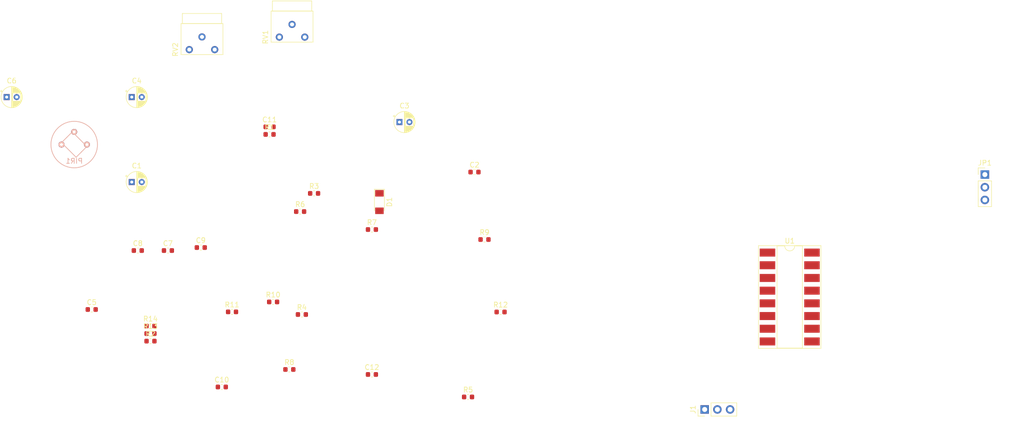
<source format=kicad_pcb>
(kicad_pcb (version 20171130) (host pcbnew "(5.0.0)")

  (general
    (thickness 1.6)
    (drawings 0)
    (tracks 0)
    (zones 0)
    (modules 33)
    (nets 28)
  )

  (page A4)
  (layers
    (0 F.Cu signal)
    (31 B.Cu signal)
    (32 B.Adhes user)
    (33 F.Adhes user)
    (34 B.Paste user)
    (35 F.Paste user)
    (36 B.SilkS user)
    (37 F.SilkS user)
    (38 B.Mask user)
    (39 F.Mask user)
    (40 Dwgs.User user)
    (41 Cmts.User user)
    (42 Eco1.User user)
    (43 Eco2.User user)
    (44 Edge.Cuts user)
    (45 Margin user)
    (46 B.CrtYd user)
    (47 F.CrtYd user)
    (48 B.Fab user)
    (49 F.Fab user)
  )

  (setup
    (last_trace_width 0.25)
    (user_trace_width 0.2)
    (user_trace_width 0.8)
    (trace_clearance 0.2)
    (zone_clearance 0.508)
    (zone_45_only no)
    (trace_min 0.2)
    (segment_width 0.2)
    (edge_width 0.15)
    (via_size 0.8)
    (via_drill 0.4)
    (via_min_size 0.4)
    (via_min_drill 0.3)
    (uvia_size 0.3)
    (uvia_drill 0.1)
    (uvias_allowed no)
    (uvia_min_size 0.2)
    (uvia_min_drill 0.1)
    (pcb_text_width 0.3)
    (pcb_text_size 1.5 1.5)
    (mod_edge_width 0.15)
    (mod_text_size 1 1)
    (mod_text_width 0.15)
    (pad_size 1.524 1.524)
    (pad_drill 0.762)
    (pad_to_mask_clearance 0.2)
    (aux_axis_origin 0 0)
    (visible_elements FFFFFF7F)
    (pcbplotparams
      (layerselection 0x010fc_ffffffff)
      (usegerberextensions false)
      (usegerberattributes false)
      (usegerberadvancedattributes false)
      (creategerberjobfile false)
      (excludeedgelayer true)
      (linewidth 0.100000)
      (plotframeref false)
      (viasonmask false)
      (mode 1)
      (useauxorigin false)
      (hpglpennumber 1)
      (hpglpenspeed 20)
      (hpglpendiameter 15.000000)
      (psnegative false)
      (psa4output false)
      (plotreference true)
      (plotvalue true)
      (plotinvisibletext false)
      (padsonsilk false)
      (subtractmaskfromsilk false)
      (outputformat 1)
      (mirror false)
      (drillshape 1)
      (scaleselection 1)
      (outputdirectory ""))
  )

  (net 0 "")
  (net 1 GND)
  (net 2 +3V3)
  (net 3 "Net-(C2-Pad1)")
  (net 4 "Net-(C3-Pad1)")
  (net 5 "Net-(C4-Pad1)")
  (net 6 /1OUT)
  (net 7 /1IN-)
  (net 8 "Net-(C6-Pad1)")
  (net 9 "Net-(C7-Pad1)")
  (net 10 /2OUT)
  (net 11 /2IN-)
  (net 12 "Net-(C10-Pad1)")
  (net 13 "Net-(C11-Pad1)")
  (net 14 "Net-(C12-Pad1)")
  (net 15 "Net-(D1-Pad1)")
  (net 16 VCC)
  (net 17 /OUT)
  (net 18 /ROS)
  (net 19 "Net-(PIR1-Pad3)")
  (net 20 /1IN+)
  (net 21 "Net-(R8-Pad1)")
  (net 22 "Net-(R10-Pad1)")
  (net 23 "Net-(R10-Pad2)")
  (net 24 "Net-(R12-Pad1)")
  (net 25 "Net-(R13-Pad1)")
  (net 26 "Net-(R13-Pad2)")
  (net 27 "Net-(R14-Pad1)")

  (net_class Default "Esta es la clase de red por defecto."
    (clearance 0.2)
    (trace_width 0.25)
    (via_dia 0.8)
    (via_drill 0.4)
    (uvia_dia 0.3)
    (uvia_drill 0.1)
    (add_net +3V3)
    (add_net /1IN+)
    (add_net /1IN-)
    (add_net /1OUT)
    (add_net /2IN-)
    (add_net /2OUT)
    (add_net /OUT)
    (add_net /ROS)
    (add_net GND)
    (add_net "Net-(C10-Pad1)")
    (add_net "Net-(C11-Pad1)")
    (add_net "Net-(C12-Pad1)")
    (add_net "Net-(C2-Pad1)")
    (add_net "Net-(C3-Pad1)")
    (add_net "Net-(C4-Pad1)")
    (add_net "Net-(C6-Pad1)")
    (add_net "Net-(C7-Pad1)")
    (add_net "Net-(D1-Pad1)")
    (add_net "Net-(PIR1-Pad3)")
    (add_net "Net-(R10-Pad1)")
    (add_net "Net-(R10-Pad2)")
    (add_net "Net-(R12-Pad1)")
    (add_net "Net-(R13-Pad1)")
    (add_net "Net-(R13-Pad2)")
    (add_net "Net-(R14-Pad1)")
    (add_net "Net-(R8-Pad1)")
    (add_net VCC)
  )

  (module Capacitor_THT:CP_Radial_D4.0mm_P2.00mm (layer F.Cu) (tedit 5AE50EF0) (tstamp 5BDE4830)
    (at 65.5 76.5)
    (descr "CP, Radial series, Radial, pin pitch=2.00mm, , diameter=4mm, Electrolytic Capacitor")
    (tags "CP Radial series Radial pin pitch 2.00mm  diameter 4mm Electrolytic Capacitor")
    (path /5BE691DA)
    (fp_text reference C1 (at 1 -3.25) (layer F.SilkS)
      (effects (font (size 1 1) (thickness 0.15)))
    )
    (fp_text value 22μ (at 1 3.25) (layer F.Fab)
      (effects (font (size 1 1) (thickness 0.15)))
    )
    (fp_text user %R (at 1 0) (layer F.Fab)
      (effects (font (size 0.8 0.8) (thickness 0.12)))
    )
    (fp_line (start -1.069801 -1.395) (end -1.069801 -0.995) (layer F.SilkS) (width 0.12))
    (fp_line (start -1.269801 -1.195) (end -0.869801 -1.195) (layer F.SilkS) (width 0.12))
    (fp_line (start 3.081 -0.37) (end 3.081 0.37) (layer F.SilkS) (width 0.12))
    (fp_line (start 3.041 -0.537) (end 3.041 0.537) (layer F.SilkS) (width 0.12))
    (fp_line (start 3.001 -0.664) (end 3.001 0.664) (layer F.SilkS) (width 0.12))
    (fp_line (start 2.961 -0.768) (end 2.961 0.768) (layer F.SilkS) (width 0.12))
    (fp_line (start 2.921 -0.859) (end 2.921 0.859) (layer F.SilkS) (width 0.12))
    (fp_line (start 2.881 -0.94) (end 2.881 0.94) (layer F.SilkS) (width 0.12))
    (fp_line (start 2.841 -1.013) (end 2.841 1.013) (layer F.SilkS) (width 0.12))
    (fp_line (start 2.801 0.84) (end 2.801 1.08) (layer F.SilkS) (width 0.12))
    (fp_line (start 2.801 -1.08) (end 2.801 -0.84) (layer F.SilkS) (width 0.12))
    (fp_line (start 2.761 0.84) (end 2.761 1.142) (layer F.SilkS) (width 0.12))
    (fp_line (start 2.761 -1.142) (end 2.761 -0.84) (layer F.SilkS) (width 0.12))
    (fp_line (start 2.721 0.84) (end 2.721 1.2) (layer F.SilkS) (width 0.12))
    (fp_line (start 2.721 -1.2) (end 2.721 -0.84) (layer F.SilkS) (width 0.12))
    (fp_line (start 2.681 0.84) (end 2.681 1.254) (layer F.SilkS) (width 0.12))
    (fp_line (start 2.681 -1.254) (end 2.681 -0.84) (layer F.SilkS) (width 0.12))
    (fp_line (start 2.641 0.84) (end 2.641 1.304) (layer F.SilkS) (width 0.12))
    (fp_line (start 2.641 -1.304) (end 2.641 -0.84) (layer F.SilkS) (width 0.12))
    (fp_line (start 2.601 0.84) (end 2.601 1.351) (layer F.SilkS) (width 0.12))
    (fp_line (start 2.601 -1.351) (end 2.601 -0.84) (layer F.SilkS) (width 0.12))
    (fp_line (start 2.561 0.84) (end 2.561 1.396) (layer F.SilkS) (width 0.12))
    (fp_line (start 2.561 -1.396) (end 2.561 -0.84) (layer F.SilkS) (width 0.12))
    (fp_line (start 2.521 0.84) (end 2.521 1.438) (layer F.SilkS) (width 0.12))
    (fp_line (start 2.521 -1.438) (end 2.521 -0.84) (layer F.SilkS) (width 0.12))
    (fp_line (start 2.481 0.84) (end 2.481 1.478) (layer F.SilkS) (width 0.12))
    (fp_line (start 2.481 -1.478) (end 2.481 -0.84) (layer F.SilkS) (width 0.12))
    (fp_line (start 2.441 0.84) (end 2.441 1.516) (layer F.SilkS) (width 0.12))
    (fp_line (start 2.441 -1.516) (end 2.441 -0.84) (layer F.SilkS) (width 0.12))
    (fp_line (start 2.401 0.84) (end 2.401 1.552) (layer F.SilkS) (width 0.12))
    (fp_line (start 2.401 -1.552) (end 2.401 -0.84) (layer F.SilkS) (width 0.12))
    (fp_line (start 2.361 0.84) (end 2.361 1.587) (layer F.SilkS) (width 0.12))
    (fp_line (start 2.361 -1.587) (end 2.361 -0.84) (layer F.SilkS) (width 0.12))
    (fp_line (start 2.321 0.84) (end 2.321 1.619) (layer F.SilkS) (width 0.12))
    (fp_line (start 2.321 -1.619) (end 2.321 -0.84) (layer F.SilkS) (width 0.12))
    (fp_line (start 2.281 0.84) (end 2.281 1.65) (layer F.SilkS) (width 0.12))
    (fp_line (start 2.281 -1.65) (end 2.281 -0.84) (layer F.SilkS) (width 0.12))
    (fp_line (start 2.241 0.84) (end 2.241 1.68) (layer F.SilkS) (width 0.12))
    (fp_line (start 2.241 -1.68) (end 2.241 -0.84) (layer F.SilkS) (width 0.12))
    (fp_line (start 2.201 0.84) (end 2.201 1.708) (layer F.SilkS) (width 0.12))
    (fp_line (start 2.201 -1.708) (end 2.201 -0.84) (layer F.SilkS) (width 0.12))
    (fp_line (start 2.161 0.84) (end 2.161 1.735) (layer F.SilkS) (width 0.12))
    (fp_line (start 2.161 -1.735) (end 2.161 -0.84) (layer F.SilkS) (width 0.12))
    (fp_line (start 2.121 0.84) (end 2.121 1.76) (layer F.SilkS) (width 0.12))
    (fp_line (start 2.121 -1.76) (end 2.121 -0.84) (layer F.SilkS) (width 0.12))
    (fp_line (start 2.081 0.84) (end 2.081 1.785) (layer F.SilkS) (width 0.12))
    (fp_line (start 2.081 -1.785) (end 2.081 -0.84) (layer F.SilkS) (width 0.12))
    (fp_line (start 2.041 0.84) (end 2.041 1.808) (layer F.SilkS) (width 0.12))
    (fp_line (start 2.041 -1.808) (end 2.041 -0.84) (layer F.SilkS) (width 0.12))
    (fp_line (start 2.001 0.84) (end 2.001 1.83) (layer F.SilkS) (width 0.12))
    (fp_line (start 2.001 -1.83) (end 2.001 -0.84) (layer F.SilkS) (width 0.12))
    (fp_line (start 1.961 0.84) (end 1.961 1.851) (layer F.SilkS) (width 0.12))
    (fp_line (start 1.961 -1.851) (end 1.961 -0.84) (layer F.SilkS) (width 0.12))
    (fp_line (start 1.921 0.84) (end 1.921 1.87) (layer F.SilkS) (width 0.12))
    (fp_line (start 1.921 -1.87) (end 1.921 -0.84) (layer F.SilkS) (width 0.12))
    (fp_line (start 1.881 0.84) (end 1.881 1.889) (layer F.SilkS) (width 0.12))
    (fp_line (start 1.881 -1.889) (end 1.881 -0.84) (layer F.SilkS) (width 0.12))
    (fp_line (start 1.841 0.84) (end 1.841 1.907) (layer F.SilkS) (width 0.12))
    (fp_line (start 1.841 -1.907) (end 1.841 -0.84) (layer F.SilkS) (width 0.12))
    (fp_line (start 1.801 0.84) (end 1.801 1.924) (layer F.SilkS) (width 0.12))
    (fp_line (start 1.801 -1.924) (end 1.801 -0.84) (layer F.SilkS) (width 0.12))
    (fp_line (start 1.761 0.84) (end 1.761 1.94) (layer F.SilkS) (width 0.12))
    (fp_line (start 1.761 -1.94) (end 1.761 -0.84) (layer F.SilkS) (width 0.12))
    (fp_line (start 1.721 0.84) (end 1.721 1.954) (layer F.SilkS) (width 0.12))
    (fp_line (start 1.721 -1.954) (end 1.721 -0.84) (layer F.SilkS) (width 0.12))
    (fp_line (start 1.68 0.84) (end 1.68 1.968) (layer F.SilkS) (width 0.12))
    (fp_line (start 1.68 -1.968) (end 1.68 -0.84) (layer F.SilkS) (width 0.12))
    (fp_line (start 1.64 0.84) (end 1.64 1.982) (layer F.SilkS) (width 0.12))
    (fp_line (start 1.64 -1.982) (end 1.64 -0.84) (layer F.SilkS) (width 0.12))
    (fp_line (start 1.6 0.84) (end 1.6 1.994) (layer F.SilkS) (width 0.12))
    (fp_line (start 1.6 -1.994) (end 1.6 -0.84) (layer F.SilkS) (width 0.12))
    (fp_line (start 1.56 0.84) (end 1.56 2.005) (layer F.SilkS) (width 0.12))
    (fp_line (start 1.56 -2.005) (end 1.56 -0.84) (layer F.SilkS) (width 0.12))
    (fp_line (start 1.52 0.84) (end 1.52 2.016) (layer F.SilkS) (width 0.12))
    (fp_line (start 1.52 -2.016) (end 1.52 -0.84) (layer F.SilkS) (width 0.12))
    (fp_line (start 1.48 0.84) (end 1.48 2.025) (layer F.SilkS) (width 0.12))
    (fp_line (start 1.48 -2.025) (end 1.48 -0.84) (layer F.SilkS) (width 0.12))
    (fp_line (start 1.44 0.84) (end 1.44 2.034) (layer F.SilkS) (width 0.12))
    (fp_line (start 1.44 -2.034) (end 1.44 -0.84) (layer F.SilkS) (width 0.12))
    (fp_line (start 1.4 0.84) (end 1.4 2.042) (layer F.SilkS) (width 0.12))
    (fp_line (start 1.4 -2.042) (end 1.4 -0.84) (layer F.SilkS) (width 0.12))
    (fp_line (start 1.36 0.84) (end 1.36 2.05) (layer F.SilkS) (width 0.12))
    (fp_line (start 1.36 -2.05) (end 1.36 -0.84) (layer F.SilkS) (width 0.12))
    (fp_line (start 1.32 0.84) (end 1.32 2.056) (layer F.SilkS) (width 0.12))
    (fp_line (start 1.32 -2.056) (end 1.32 -0.84) (layer F.SilkS) (width 0.12))
    (fp_line (start 1.28 0.84) (end 1.28 2.062) (layer F.SilkS) (width 0.12))
    (fp_line (start 1.28 -2.062) (end 1.28 -0.84) (layer F.SilkS) (width 0.12))
    (fp_line (start 1.24 0.84) (end 1.24 2.067) (layer F.SilkS) (width 0.12))
    (fp_line (start 1.24 -2.067) (end 1.24 -0.84) (layer F.SilkS) (width 0.12))
    (fp_line (start 1.2 0.84) (end 1.2 2.071) (layer F.SilkS) (width 0.12))
    (fp_line (start 1.2 -2.071) (end 1.2 -0.84) (layer F.SilkS) (width 0.12))
    (fp_line (start 1.16 -2.074) (end 1.16 2.074) (layer F.SilkS) (width 0.12))
    (fp_line (start 1.12 -2.077) (end 1.12 2.077) (layer F.SilkS) (width 0.12))
    (fp_line (start 1.08 -2.079) (end 1.08 2.079) (layer F.SilkS) (width 0.12))
    (fp_line (start 1.04 -2.08) (end 1.04 2.08) (layer F.SilkS) (width 0.12))
    (fp_line (start 1 -2.08) (end 1 2.08) (layer F.SilkS) (width 0.12))
    (fp_line (start -0.502554 -1.0675) (end -0.502554 -0.6675) (layer F.Fab) (width 0.1))
    (fp_line (start -0.702554 -0.8675) (end -0.302554 -0.8675) (layer F.Fab) (width 0.1))
    (fp_circle (center 1 0) (end 3.25 0) (layer F.CrtYd) (width 0.05))
    (fp_circle (center 1 0) (end 3.12 0) (layer F.SilkS) (width 0.12))
    (fp_circle (center 1 0) (end 3 0) (layer F.Fab) (width 0.1))
    (pad 2 thru_hole circle (at 2 0) (size 1.2 1.2) (drill 0.6) (layers *.Cu *.Mask)
      (net 1 GND))
    (pad 1 thru_hole rect (at 0 0) (size 1.2 1.2) (drill 0.6) (layers *.Cu *.Mask)
      (net 2 +3V3))
    (model ${KISYS3DMOD}/Capacitor_THT.3dshapes/CP_Radial_D4.0mm_P2.00mm.wrl
      (at (xyz 0 0 0))
      (scale (xyz 1 1 1))
      (rotate (xyz 0 0 0))
    )
  )

  (module Capacitor_SMD:C_0603_1608Metric (layer F.Cu) (tedit 5B301BBE) (tstamp 5BDE4841)
    (at 134 74.5)
    (descr "Capacitor SMD 0603 (1608 Metric), square (rectangular) end terminal, IPC_7351 nominal, (Body size source: http://www.tortai-tech.com/upload/download/2011102023233369053.pdf), generated with kicad-footprint-generator")
    (tags capacitor)
    (path /5BD30DAD)
    (attr smd)
    (fp_text reference C2 (at 0 -1.43) (layer F.SilkS)
      (effects (font (size 1 1) (thickness 0.15)))
    )
    (fp_text value 103p (at 0 1.43) (layer F.Fab)
      (effects (font (size 1 1) (thickness 0.15)))
    )
    (fp_text user %R (at 0 0) (layer F.Fab)
      (effects (font (size 0.4 0.4) (thickness 0.06)))
    )
    (fp_line (start 1.48 0.73) (end -1.48 0.73) (layer F.CrtYd) (width 0.05))
    (fp_line (start 1.48 -0.73) (end 1.48 0.73) (layer F.CrtYd) (width 0.05))
    (fp_line (start -1.48 -0.73) (end 1.48 -0.73) (layer F.CrtYd) (width 0.05))
    (fp_line (start -1.48 0.73) (end -1.48 -0.73) (layer F.CrtYd) (width 0.05))
    (fp_line (start -0.162779 0.51) (end 0.162779 0.51) (layer F.SilkS) (width 0.12))
    (fp_line (start -0.162779 -0.51) (end 0.162779 -0.51) (layer F.SilkS) (width 0.12))
    (fp_line (start 0.8 0.4) (end -0.8 0.4) (layer F.Fab) (width 0.1))
    (fp_line (start 0.8 -0.4) (end 0.8 0.4) (layer F.Fab) (width 0.1))
    (fp_line (start -0.8 -0.4) (end 0.8 -0.4) (layer F.Fab) (width 0.1))
    (fp_line (start -0.8 0.4) (end -0.8 -0.4) (layer F.Fab) (width 0.1))
    (pad 2 smd roundrect (at 0.7875 0) (size 0.875 0.95) (layers F.Cu F.Paste F.Mask) (roundrect_rratio 0.25)
      (net 1 GND))
    (pad 1 smd roundrect (at -0.7875 0) (size 0.875 0.95) (layers F.Cu F.Paste F.Mask) (roundrect_rratio 0.25)
      (net 3 "Net-(C2-Pad1)"))
    (model ${KISYS3DMOD}/Capacitor_SMD.3dshapes/C_0603_1608Metric.wrl
      (at (xyz 0 0 0))
      (scale (xyz 1 1 1))
      (rotate (xyz 0 0 0))
    )
  )

  (module Capacitor_THT:CP_Radial_D4.0mm_P2.00mm (layer F.Cu) (tedit 5AE50EF0) (tstamp 5BDE48AD)
    (at 119 64.5)
    (descr "CP, Radial series, Radial, pin pitch=2.00mm, , diameter=4mm, Electrolytic Capacitor")
    (tags "CP Radial series Radial pin pitch 2.00mm  diameter 4mm Electrolytic Capacitor")
    (path /5BD242F8)
    (fp_text reference C3 (at 1 -3.25) (layer F.SilkS)
      (effects (font (size 1 1) (thickness 0.15)))
    )
    (fp_text value 47μ (at 1 3.25) (layer F.Fab)
      (effects (font (size 1 1) (thickness 0.15)))
    )
    (fp_text user %R (at 1 0) (layer F.Fab)
      (effects (font (size 0.8 0.8) (thickness 0.12)))
    )
    (fp_line (start -1.069801 -1.395) (end -1.069801 -0.995) (layer F.SilkS) (width 0.12))
    (fp_line (start -1.269801 -1.195) (end -0.869801 -1.195) (layer F.SilkS) (width 0.12))
    (fp_line (start 3.081 -0.37) (end 3.081 0.37) (layer F.SilkS) (width 0.12))
    (fp_line (start 3.041 -0.537) (end 3.041 0.537) (layer F.SilkS) (width 0.12))
    (fp_line (start 3.001 -0.664) (end 3.001 0.664) (layer F.SilkS) (width 0.12))
    (fp_line (start 2.961 -0.768) (end 2.961 0.768) (layer F.SilkS) (width 0.12))
    (fp_line (start 2.921 -0.859) (end 2.921 0.859) (layer F.SilkS) (width 0.12))
    (fp_line (start 2.881 -0.94) (end 2.881 0.94) (layer F.SilkS) (width 0.12))
    (fp_line (start 2.841 -1.013) (end 2.841 1.013) (layer F.SilkS) (width 0.12))
    (fp_line (start 2.801 0.84) (end 2.801 1.08) (layer F.SilkS) (width 0.12))
    (fp_line (start 2.801 -1.08) (end 2.801 -0.84) (layer F.SilkS) (width 0.12))
    (fp_line (start 2.761 0.84) (end 2.761 1.142) (layer F.SilkS) (width 0.12))
    (fp_line (start 2.761 -1.142) (end 2.761 -0.84) (layer F.SilkS) (width 0.12))
    (fp_line (start 2.721 0.84) (end 2.721 1.2) (layer F.SilkS) (width 0.12))
    (fp_line (start 2.721 -1.2) (end 2.721 -0.84) (layer F.SilkS) (width 0.12))
    (fp_line (start 2.681 0.84) (end 2.681 1.254) (layer F.SilkS) (width 0.12))
    (fp_line (start 2.681 -1.254) (end 2.681 -0.84) (layer F.SilkS) (width 0.12))
    (fp_line (start 2.641 0.84) (end 2.641 1.304) (layer F.SilkS) (width 0.12))
    (fp_line (start 2.641 -1.304) (end 2.641 -0.84) (layer F.SilkS) (width 0.12))
    (fp_line (start 2.601 0.84) (end 2.601 1.351) (layer F.SilkS) (width 0.12))
    (fp_line (start 2.601 -1.351) (end 2.601 -0.84) (layer F.SilkS) (width 0.12))
    (fp_line (start 2.561 0.84) (end 2.561 1.396) (layer F.SilkS) (width 0.12))
    (fp_line (start 2.561 -1.396) (end 2.561 -0.84) (layer F.SilkS) (width 0.12))
    (fp_line (start 2.521 0.84) (end 2.521 1.438) (layer F.SilkS) (width 0.12))
    (fp_line (start 2.521 -1.438) (end 2.521 -0.84) (layer F.SilkS) (width 0.12))
    (fp_line (start 2.481 0.84) (end 2.481 1.478) (layer F.SilkS) (width 0.12))
    (fp_line (start 2.481 -1.478) (end 2.481 -0.84) (layer F.SilkS) (width 0.12))
    (fp_line (start 2.441 0.84) (end 2.441 1.516) (layer F.SilkS) (width 0.12))
    (fp_line (start 2.441 -1.516) (end 2.441 -0.84) (layer F.SilkS) (width 0.12))
    (fp_line (start 2.401 0.84) (end 2.401 1.552) (layer F.SilkS) (width 0.12))
    (fp_line (start 2.401 -1.552) (end 2.401 -0.84) (layer F.SilkS) (width 0.12))
    (fp_line (start 2.361 0.84) (end 2.361 1.587) (layer F.SilkS) (width 0.12))
    (fp_line (start 2.361 -1.587) (end 2.361 -0.84) (layer F.SilkS) (width 0.12))
    (fp_line (start 2.321 0.84) (end 2.321 1.619) (layer F.SilkS) (width 0.12))
    (fp_line (start 2.321 -1.619) (end 2.321 -0.84) (layer F.SilkS) (width 0.12))
    (fp_line (start 2.281 0.84) (end 2.281 1.65) (layer F.SilkS) (width 0.12))
    (fp_line (start 2.281 -1.65) (end 2.281 -0.84) (layer F.SilkS) (width 0.12))
    (fp_line (start 2.241 0.84) (end 2.241 1.68) (layer F.SilkS) (width 0.12))
    (fp_line (start 2.241 -1.68) (end 2.241 -0.84) (layer F.SilkS) (width 0.12))
    (fp_line (start 2.201 0.84) (end 2.201 1.708) (layer F.SilkS) (width 0.12))
    (fp_line (start 2.201 -1.708) (end 2.201 -0.84) (layer F.SilkS) (width 0.12))
    (fp_line (start 2.161 0.84) (end 2.161 1.735) (layer F.SilkS) (width 0.12))
    (fp_line (start 2.161 -1.735) (end 2.161 -0.84) (layer F.SilkS) (width 0.12))
    (fp_line (start 2.121 0.84) (end 2.121 1.76) (layer F.SilkS) (width 0.12))
    (fp_line (start 2.121 -1.76) (end 2.121 -0.84) (layer F.SilkS) (width 0.12))
    (fp_line (start 2.081 0.84) (end 2.081 1.785) (layer F.SilkS) (width 0.12))
    (fp_line (start 2.081 -1.785) (end 2.081 -0.84) (layer F.SilkS) (width 0.12))
    (fp_line (start 2.041 0.84) (end 2.041 1.808) (layer F.SilkS) (width 0.12))
    (fp_line (start 2.041 -1.808) (end 2.041 -0.84) (layer F.SilkS) (width 0.12))
    (fp_line (start 2.001 0.84) (end 2.001 1.83) (layer F.SilkS) (width 0.12))
    (fp_line (start 2.001 -1.83) (end 2.001 -0.84) (layer F.SilkS) (width 0.12))
    (fp_line (start 1.961 0.84) (end 1.961 1.851) (layer F.SilkS) (width 0.12))
    (fp_line (start 1.961 -1.851) (end 1.961 -0.84) (layer F.SilkS) (width 0.12))
    (fp_line (start 1.921 0.84) (end 1.921 1.87) (layer F.SilkS) (width 0.12))
    (fp_line (start 1.921 -1.87) (end 1.921 -0.84) (layer F.SilkS) (width 0.12))
    (fp_line (start 1.881 0.84) (end 1.881 1.889) (layer F.SilkS) (width 0.12))
    (fp_line (start 1.881 -1.889) (end 1.881 -0.84) (layer F.SilkS) (width 0.12))
    (fp_line (start 1.841 0.84) (end 1.841 1.907) (layer F.SilkS) (width 0.12))
    (fp_line (start 1.841 -1.907) (end 1.841 -0.84) (layer F.SilkS) (width 0.12))
    (fp_line (start 1.801 0.84) (end 1.801 1.924) (layer F.SilkS) (width 0.12))
    (fp_line (start 1.801 -1.924) (end 1.801 -0.84) (layer F.SilkS) (width 0.12))
    (fp_line (start 1.761 0.84) (end 1.761 1.94) (layer F.SilkS) (width 0.12))
    (fp_line (start 1.761 -1.94) (end 1.761 -0.84) (layer F.SilkS) (width 0.12))
    (fp_line (start 1.721 0.84) (end 1.721 1.954) (layer F.SilkS) (width 0.12))
    (fp_line (start 1.721 -1.954) (end 1.721 -0.84) (layer F.SilkS) (width 0.12))
    (fp_line (start 1.68 0.84) (end 1.68 1.968) (layer F.SilkS) (width 0.12))
    (fp_line (start 1.68 -1.968) (end 1.68 -0.84) (layer F.SilkS) (width 0.12))
    (fp_line (start 1.64 0.84) (end 1.64 1.982) (layer F.SilkS) (width 0.12))
    (fp_line (start 1.64 -1.982) (end 1.64 -0.84) (layer F.SilkS) (width 0.12))
    (fp_line (start 1.6 0.84) (end 1.6 1.994) (layer F.SilkS) (width 0.12))
    (fp_line (start 1.6 -1.994) (end 1.6 -0.84) (layer F.SilkS) (width 0.12))
    (fp_line (start 1.56 0.84) (end 1.56 2.005) (layer F.SilkS) (width 0.12))
    (fp_line (start 1.56 -2.005) (end 1.56 -0.84) (layer F.SilkS) (width 0.12))
    (fp_line (start 1.52 0.84) (end 1.52 2.016) (layer F.SilkS) (width 0.12))
    (fp_line (start 1.52 -2.016) (end 1.52 -0.84) (layer F.SilkS) (width 0.12))
    (fp_line (start 1.48 0.84) (end 1.48 2.025) (layer F.SilkS) (width 0.12))
    (fp_line (start 1.48 -2.025) (end 1.48 -0.84) (layer F.SilkS) (width 0.12))
    (fp_line (start 1.44 0.84) (end 1.44 2.034) (layer F.SilkS) (width 0.12))
    (fp_line (start 1.44 -2.034) (end 1.44 -0.84) (layer F.SilkS) (width 0.12))
    (fp_line (start 1.4 0.84) (end 1.4 2.042) (layer F.SilkS) (width 0.12))
    (fp_line (start 1.4 -2.042) (end 1.4 -0.84) (layer F.SilkS) (width 0.12))
    (fp_line (start 1.36 0.84) (end 1.36 2.05) (layer F.SilkS) (width 0.12))
    (fp_line (start 1.36 -2.05) (end 1.36 -0.84) (layer F.SilkS) (width 0.12))
    (fp_line (start 1.32 0.84) (end 1.32 2.056) (layer F.SilkS) (width 0.12))
    (fp_line (start 1.32 -2.056) (end 1.32 -0.84) (layer F.SilkS) (width 0.12))
    (fp_line (start 1.28 0.84) (end 1.28 2.062) (layer F.SilkS) (width 0.12))
    (fp_line (start 1.28 -2.062) (end 1.28 -0.84) (layer F.SilkS) (width 0.12))
    (fp_line (start 1.24 0.84) (end 1.24 2.067) (layer F.SilkS) (width 0.12))
    (fp_line (start 1.24 -2.067) (end 1.24 -0.84) (layer F.SilkS) (width 0.12))
    (fp_line (start 1.2 0.84) (end 1.2 2.071) (layer F.SilkS) (width 0.12))
    (fp_line (start 1.2 -2.071) (end 1.2 -0.84) (layer F.SilkS) (width 0.12))
    (fp_line (start 1.16 -2.074) (end 1.16 2.074) (layer F.SilkS) (width 0.12))
    (fp_line (start 1.12 -2.077) (end 1.12 2.077) (layer F.SilkS) (width 0.12))
    (fp_line (start 1.08 -2.079) (end 1.08 2.079) (layer F.SilkS) (width 0.12))
    (fp_line (start 1.04 -2.08) (end 1.04 2.08) (layer F.SilkS) (width 0.12))
    (fp_line (start 1 -2.08) (end 1 2.08) (layer F.SilkS) (width 0.12))
    (fp_line (start -0.502554 -1.0675) (end -0.502554 -0.6675) (layer F.Fab) (width 0.1))
    (fp_line (start -0.702554 -0.8675) (end -0.302554 -0.8675) (layer F.Fab) (width 0.1))
    (fp_circle (center 1 0) (end 3.25 0) (layer F.CrtYd) (width 0.05))
    (fp_circle (center 1 0) (end 3.12 0) (layer F.SilkS) (width 0.12))
    (fp_circle (center 1 0) (end 3 0) (layer F.Fab) (width 0.1))
    (pad 2 thru_hole circle (at 2 0) (size 1.2 1.2) (drill 0.6) (layers *.Cu *.Mask)
      (net 1 GND))
    (pad 1 thru_hole rect (at 0 0) (size 1.2 1.2) (drill 0.6) (layers *.Cu *.Mask)
      (net 4 "Net-(C3-Pad1)"))
    (model ${KISYS3DMOD}/Capacitor_THT.3dshapes/CP_Radial_D4.0mm_P2.00mm.wrl
      (at (xyz 0 0 0))
      (scale (xyz 1 1 1))
      (rotate (xyz 0 0 0))
    )
  )

  (module Capacitor_THT:CP_Radial_D4.0mm_P2.00mm (layer F.Cu) (tedit 5AE50EF0) (tstamp 5BDE5ABD)
    (at 65.5 59.5)
    (descr "CP, Radial series, Radial, pin pitch=2.00mm, , diameter=4mm, Electrolytic Capacitor")
    (tags "CP Radial series Radial pin pitch 2.00mm  diameter 4mm Electrolytic Capacitor")
    (path /5BD1B033)
    (fp_text reference C4 (at 1 -3.25) (layer F.SilkS)
      (effects (font (size 1 1) (thickness 0.15)))
    )
    (fp_text value 47μ (at 1 3.25) (layer F.Fab)
      (effects (font (size 1 1) (thickness 0.15)))
    )
    (fp_circle (center 1 0) (end 3 0) (layer F.Fab) (width 0.1))
    (fp_circle (center 1 0) (end 3.12 0) (layer F.SilkS) (width 0.12))
    (fp_circle (center 1 0) (end 3.25 0) (layer F.CrtYd) (width 0.05))
    (fp_line (start -0.702554 -0.8675) (end -0.302554 -0.8675) (layer F.Fab) (width 0.1))
    (fp_line (start -0.502554 -1.0675) (end -0.502554 -0.6675) (layer F.Fab) (width 0.1))
    (fp_line (start 1 -2.08) (end 1 2.08) (layer F.SilkS) (width 0.12))
    (fp_line (start 1.04 -2.08) (end 1.04 2.08) (layer F.SilkS) (width 0.12))
    (fp_line (start 1.08 -2.079) (end 1.08 2.079) (layer F.SilkS) (width 0.12))
    (fp_line (start 1.12 -2.077) (end 1.12 2.077) (layer F.SilkS) (width 0.12))
    (fp_line (start 1.16 -2.074) (end 1.16 2.074) (layer F.SilkS) (width 0.12))
    (fp_line (start 1.2 -2.071) (end 1.2 -0.84) (layer F.SilkS) (width 0.12))
    (fp_line (start 1.2 0.84) (end 1.2 2.071) (layer F.SilkS) (width 0.12))
    (fp_line (start 1.24 -2.067) (end 1.24 -0.84) (layer F.SilkS) (width 0.12))
    (fp_line (start 1.24 0.84) (end 1.24 2.067) (layer F.SilkS) (width 0.12))
    (fp_line (start 1.28 -2.062) (end 1.28 -0.84) (layer F.SilkS) (width 0.12))
    (fp_line (start 1.28 0.84) (end 1.28 2.062) (layer F.SilkS) (width 0.12))
    (fp_line (start 1.32 -2.056) (end 1.32 -0.84) (layer F.SilkS) (width 0.12))
    (fp_line (start 1.32 0.84) (end 1.32 2.056) (layer F.SilkS) (width 0.12))
    (fp_line (start 1.36 -2.05) (end 1.36 -0.84) (layer F.SilkS) (width 0.12))
    (fp_line (start 1.36 0.84) (end 1.36 2.05) (layer F.SilkS) (width 0.12))
    (fp_line (start 1.4 -2.042) (end 1.4 -0.84) (layer F.SilkS) (width 0.12))
    (fp_line (start 1.4 0.84) (end 1.4 2.042) (layer F.SilkS) (width 0.12))
    (fp_line (start 1.44 -2.034) (end 1.44 -0.84) (layer F.SilkS) (width 0.12))
    (fp_line (start 1.44 0.84) (end 1.44 2.034) (layer F.SilkS) (width 0.12))
    (fp_line (start 1.48 -2.025) (end 1.48 -0.84) (layer F.SilkS) (width 0.12))
    (fp_line (start 1.48 0.84) (end 1.48 2.025) (layer F.SilkS) (width 0.12))
    (fp_line (start 1.52 -2.016) (end 1.52 -0.84) (layer F.SilkS) (width 0.12))
    (fp_line (start 1.52 0.84) (end 1.52 2.016) (layer F.SilkS) (width 0.12))
    (fp_line (start 1.56 -2.005) (end 1.56 -0.84) (layer F.SilkS) (width 0.12))
    (fp_line (start 1.56 0.84) (end 1.56 2.005) (layer F.SilkS) (width 0.12))
    (fp_line (start 1.6 -1.994) (end 1.6 -0.84) (layer F.SilkS) (width 0.12))
    (fp_line (start 1.6 0.84) (end 1.6 1.994) (layer F.SilkS) (width 0.12))
    (fp_line (start 1.64 -1.982) (end 1.64 -0.84) (layer F.SilkS) (width 0.12))
    (fp_line (start 1.64 0.84) (end 1.64 1.982) (layer F.SilkS) (width 0.12))
    (fp_line (start 1.68 -1.968) (end 1.68 -0.84) (layer F.SilkS) (width 0.12))
    (fp_line (start 1.68 0.84) (end 1.68 1.968) (layer F.SilkS) (width 0.12))
    (fp_line (start 1.721 -1.954) (end 1.721 -0.84) (layer F.SilkS) (width 0.12))
    (fp_line (start 1.721 0.84) (end 1.721 1.954) (layer F.SilkS) (width 0.12))
    (fp_line (start 1.761 -1.94) (end 1.761 -0.84) (layer F.SilkS) (width 0.12))
    (fp_line (start 1.761 0.84) (end 1.761 1.94) (layer F.SilkS) (width 0.12))
    (fp_line (start 1.801 -1.924) (end 1.801 -0.84) (layer F.SilkS) (width 0.12))
    (fp_line (start 1.801 0.84) (end 1.801 1.924) (layer F.SilkS) (width 0.12))
    (fp_line (start 1.841 -1.907) (end 1.841 -0.84) (layer F.SilkS) (width 0.12))
    (fp_line (start 1.841 0.84) (end 1.841 1.907) (layer F.SilkS) (width 0.12))
    (fp_line (start 1.881 -1.889) (end 1.881 -0.84) (layer F.SilkS) (width 0.12))
    (fp_line (start 1.881 0.84) (end 1.881 1.889) (layer F.SilkS) (width 0.12))
    (fp_line (start 1.921 -1.87) (end 1.921 -0.84) (layer F.SilkS) (width 0.12))
    (fp_line (start 1.921 0.84) (end 1.921 1.87) (layer F.SilkS) (width 0.12))
    (fp_line (start 1.961 -1.851) (end 1.961 -0.84) (layer F.SilkS) (width 0.12))
    (fp_line (start 1.961 0.84) (end 1.961 1.851) (layer F.SilkS) (width 0.12))
    (fp_line (start 2.001 -1.83) (end 2.001 -0.84) (layer F.SilkS) (width 0.12))
    (fp_line (start 2.001 0.84) (end 2.001 1.83) (layer F.SilkS) (width 0.12))
    (fp_line (start 2.041 -1.808) (end 2.041 -0.84) (layer F.SilkS) (width 0.12))
    (fp_line (start 2.041 0.84) (end 2.041 1.808) (layer F.SilkS) (width 0.12))
    (fp_line (start 2.081 -1.785) (end 2.081 -0.84) (layer F.SilkS) (width 0.12))
    (fp_line (start 2.081 0.84) (end 2.081 1.785) (layer F.SilkS) (width 0.12))
    (fp_line (start 2.121 -1.76) (end 2.121 -0.84) (layer F.SilkS) (width 0.12))
    (fp_line (start 2.121 0.84) (end 2.121 1.76) (layer F.SilkS) (width 0.12))
    (fp_line (start 2.161 -1.735) (end 2.161 -0.84) (layer F.SilkS) (width 0.12))
    (fp_line (start 2.161 0.84) (end 2.161 1.735) (layer F.SilkS) (width 0.12))
    (fp_line (start 2.201 -1.708) (end 2.201 -0.84) (layer F.SilkS) (width 0.12))
    (fp_line (start 2.201 0.84) (end 2.201 1.708) (layer F.SilkS) (width 0.12))
    (fp_line (start 2.241 -1.68) (end 2.241 -0.84) (layer F.SilkS) (width 0.12))
    (fp_line (start 2.241 0.84) (end 2.241 1.68) (layer F.SilkS) (width 0.12))
    (fp_line (start 2.281 -1.65) (end 2.281 -0.84) (layer F.SilkS) (width 0.12))
    (fp_line (start 2.281 0.84) (end 2.281 1.65) (layer F.SilkS) (width 0.12))
    (fp_line (start 2.321 -1.619) (end 2.321 -0.84) (layer F.SilkS) (width 0.12))
    (fp_line (start 2.321 0.84) (end 2.321 1.619) (layer F.SilkS) (width 0.12))
    (fp_line (start 2.361 -1.587) (end 2.361 -0.84) (layer F.SilkS) (width 0.12))
    (fp_line (start 2.361 0.84) (end 2.361 1.587) (layer F.SilkS) (width 0.12))
    (fp_line (start 2.401 -1.552) (end 2.401 -0.84) (layer F.SilkS) (width 0.12))
    (fp_line (start 2.401 0.84) (end 2.401 1.552) (layer F.SilkS) (width 0.12))
    (fp_line (start 2.441 -1.516) (end 2.441 -0.84) (layer F.SilkS) (width 0.12))
    (fp_line (start 2.441 0.84) (end 2.441 1.516) (layer F.SilkS) (width 0.12))
    (fp_line (start 2.481 -1.478) (end 2.481 -0.84) (layer F.SilkS) (width 0.12))
    (fp_line (start 2.481 0.84) (end 2.481 1.478) (layer F.SilkS) (width 0.12))
    (fp_line (start 2.521 -1.438) (end 2.521 -0.84) (layer F.SilkS) (width 0.12))
    (fp_line (start 2.521 0.84) (end 2.521 1.438) (layer F.SilkS) (width 0.12))
    (fp_line (start 2.561 -1.396) (end 2.561 -0.84) (layer F.SilkS) (width 0.12))
    (fp_line (start 2.561 0.84) (end 2.561 1.396) (layer F.SilkS) (width 0.12))
    (fp_line (start 2.601 -1.351) (end 2.601 -0.84) (layer F.SilkS) (width 0.12))
    (fp_line (start 2.601 0.84) (end 2.601 1.351) (layer F.SilkS) (width 0.12))
    (fp_line (start 2.641 -1.304) (end 2.641 -0.84) (layer F.SilkS) (width 0.12))
    (fp_line (start 2.641 0.84) (end 2.641 1.304) (layer F.SilkS) (width 0.12))
    (fp_line (start 2.681 -1.254) (end 2.681 -0.84) (layer F.SilkS) (width 0.12))
    (fp_line (start 2.681 0.84) (end 2.681 1.254) (layer F.SilkS) (width 0.12))
    (fp_line (start 2.721 -1.2) (end 2.721 -0.84) (layer F.SilkS) (width 0.12))
    (fp_line (start 2.721 0.84) (end 2.721 1.2) (layer F.SilkS) (width 0.12))
    (fp_line (start 2.761 -1.142) (end 2.761 -0.84) (layer F.SilkS) (width 0.12))
    (fp_line (start 2.761 0.84) (end 2.761 1.142) (layer F.SilkS) (width 0.12))
    (fp_line (start 2.801 -1.08) (end 2.801 -0.84) (layer F.SilkS) (width 0.12))
    (fp_line (start 2.801 0.84) (end 2.801 1.08) (layer F.SilkS) (width 0.12))
    (fp_line (start 2.841 -1.013) (end 2.841 1.013) (layer F.SilkS) (width 0.12))
    (fp_line (start 2.881 -0.94) (end 2.881 0.94) (layer F.SilkS) (width 0.12))
    (fp_line (start 2.921 -0.859) (end 2.921 0.859) (layer F.SilkS) (width 0.12))
    (fp_line (start 2.961 -0.768) (end 2.961 0.768) (layer F.SilkS) (width 0.12))
    (fp_line (start 3.001 -0.664) (end 3.001 0.664) (layer F.SilkS) (width 0.12))
    (fp_line (start 3.041 -0.537) (end 3.041 0.537) (layer F.SilkS) (width 0.12))
    (fp_line (start 3.081 -0.37) (end 3.081 0.37) (layer F.SilkS) (width 0.12))
    (fp_line (start -1.269801 -1.195) (end -0.869801 -1.195) (layer F.SilkS) (width 0.12))
    (fp_line (start -1.069801 -1.395) (end -1.069801 -0.995) (layer F.SilkS) (width 0.12))
    (fp_text user %R (at 1 0) (layer F.Fab)
      (effects (font (size 0.8 0.8) (thickness 0.12)))
    )
    (pad 1 thru_hole rect (at 0 0) (size 1.2 1.2) (drill 0.6) (layers *.Cu *.Mask)
      (net 5 "Net-(C4-Pad1)"))
    (pad 2 thru_hole circle (at 2 0) (size 1.2 1.2) (drill 0.6) (layers *.Cu *.Mask)
      (net 6 /1OUT))
    (model ${KISYS3DMOD}/Capacitor_THT.3dshapes/CP_Radial_D4.0mm_P2.00mm.wrl
      (at (xyz 0 0 0))
      (scale (xyz 1 1 1))
      (rotate (xyz 0 0 0))
    )
  )

  (module Capacitor_SMD:C_0603_1608Metric (layer F.Cu) (tedit 5B301BBE) (tstamp 5BDE492A)
    (at 57.5 102)
    (descr "Capacitor SMD 0603 (1608 Metric), square (rectangular) end terminal, IPC_7351 nominal, (Body size source: http://www.tortai-tech.com/upload/download/2011102023233369053.pdf), generated with kicad-footprint-generator")
    (tags capacitor)
    (path /5BDD2819)
    (attr smd)
    (fp_text reference C5 (at 0 -1.43) (layer F.SilkS)
      (effects (font (size 1 1) (thickness 0.15)))
    )
    (fp_text value 103p (at 0 1.43) (layer F.Fab)
      (effects (font (size 1 1) (thickness 0.15)))
    )
    (fp_text user %R (at 0 0) (layer F.Fab)
      (effects (font (size 0.4 0.4) (thickness 0.06)))
    )
    (fp_line (start 1.48 0.73) (end -1.48 0.73) (layer F.CrtYd) (width 0.05))
    (fp_line (start 1.48 -0.73) (end 1.48 0.73) (layer F.CrtYd) (width 0.05))
    (fp_line (start -1.48 -0.73) (end 1.48 -0.73) (layer F.CrtYd) (width 0.05))
    (fp_line (start -1.48 0.73) (end -1.48 -0.73) (layer F.CrtYd) (width 0.05))
    (fp_line (start -0.162779 0.51) (end 0.162779 0.51) (layer F.SilkS) (width 0.12))
    (fp_line (start -0.162779 -0.51) (end 0.162779 -0.51) (layer F.SilkS) (width 0.12))
    (fp_line (start 0.8 0.4) (end -0.8 0.4) (layer F.Fab) (width 0.1))
    (fp_line (start 0.8 -0.4) (end 0.8 0.4) (layer F.Fab) (width 0.1))
    (fp_line (start -0.8 -0.4) (end 0.8 -0.4) (layer F.Fab) (width 0.1))
    (fp_line (start -0.8 0.4) (end -0.8 -0.4) (layer F.Fab) (width 0.1))
    (pad 2 smd roundrect (at 0.7875 0) (size 0.875 0.95) (layers F.Cu F.Paste F.Mask) (roundrect_rratio 0.25)
      (net 6 /1OUT))
    (pad 1 smd roundrect (at -0.7875 0) (size 0.875 0.95) (layers F.Cu F.Paste F.Mask) (roundrect_rratio 0.25)
      (net 7 /1IN-))
    (model ${KISYS3DMOD}/Capacitor_SMD.3dshapes/C_0603_1608Metric.wrl
      (at (xyz 0 0 0))
      (scale (xyz 1 1 1))
      (rotate (xyz 0 0 0))
    )
  )

  (module Capacitor_THT:CP_Radial_D4.0mm_P2.00mm (layer F.Cu) (tedit 5AE50EF0) (tstamp 5BDE5E84)
    (at 40.5 59.5)
    (descr "CP, Radial series, Radial, pin pitch=2.00mm, , diameter=4mm, Electrolytic Capacitor")
    (tags "CP Radial series Radial pin pitch 2.00mm  diameter 4mm Electrolytic Capacitor")
    (path /5BDD2A2B)
    (fp_text reference C6 (at 1 -3.25) (layer F.SilkS)
      (effects (font (size 1 1) (thickness 0.15)))
    )
    (fp_text value 47μ (at 1 3.25) (layer F.Fab)
      (effects (font (size 1 1) (thickness 0.15)))
    )
    (fp_circle (center 1 0) (end 3 0) (layer F.Fab) (width 0.1))
    (fp_circle (center 1 0) (end 3.12 0) (layer F.SilkS) (width 0.12))
    (fp_circle (center 1 0) (end 3.25 0) (layer F.CrtYd) (width 0.05))
    (fp_line (start -0.702554 -0.8675) (end -0.302554 -0.8675) (layer F.Fab) (width 0.1))
    (fp_line (start -0.502554 -1.0675) (end -0.502554 -0.6675) (layer F.Fab) (width 0.1))
    (fp_line (start 1 -2.08) (end 1 2.08) (layer F.SilkS) (width 0.12))
    (fp_line (start 1.04 -2.08) (end 1.04 2.08) (layer F.SilkS) (width 0.12))
    (fp_line (start 1.08 -2.079) (end 1.08 2.079) (layer F.SilkS) (width 0.12))
    (fp_line (start 1.12 -2.077) (end 1.12 2.077) (layer F.SilkS) (width 0.12))
    (fp_line (start 1.16 -2.074) (end 1.16 2.074) (layer F.SilkS) (width 0.12))
    (fp_line (start 1.2 -2.071) (end 1.2 -0.84) (layer F.SilkS) (width 0.12))
    (fp_line (start 1.2 0.84) (end 1.2 2.071) (layer F.SilkS) (width 0.12))
    (fp_line (start 1.24 -2.067) (end 1.24 -0.84) (layer F.SilkS) (width 0.12))
    (fp_line (start 1.24 0.84) (end 1.24 2.067) (layer F.SilkS) (width 0.12))
    (fp_line (start 1.28 -2.062) (end 1.28 -0.84) (layer F.SilkS) (width 0.12))
    (fp_line (start 1.28 0.84) (end 1.28 2.062) (layer F.SilkS) (width 0.12))
    (fp_line (start 1.32 -2.056) (end 1.32 -0.84) (layer F.SilkS) (width 0.12))
    (fp_line (start 1.32 0.84) (end 1.32 2.056) (layer F.SilkS) (width 0.12))
    (fp_line (start 1.36 -2.05) (end 1.36 -0.84) (layer F.SilkS) (width 0.12))
    (fp_line (start 1.36 0.84) (end 1.36 2.05) (layer F.SilkS) (width 0.12))
    (fp_line (start 1.4 -2.042) (end 1.4 -0.84) (layer F.SilkS) (width 0.12))
    (fp_line (start 1.4 0.84) (end 1.4 2.042) (layer F.SilkS) (width 0.12))
    (fp_line (start 1.44 -2.034) (end 1.44 -0.84) (layer F.SilkS) (width 0.12))
    (fp_line (start 1.44 0.84) (end 1.44 2.034) (layer F.SilkS) (width 0.12))
    (fp_line (start 1.48 -2.025) (end 1.48 -0.84) (layer F.SilkS) (width 0.12))
    (fp_line (start 1.48 0.84) (end 1.48 2.025) (layer F.SilkS) (width 0.12))
    (fp_line (start 1.52 -2.016) (end 1.52 -0.84) (layer F.SilkS) (width 0.12))
    (fp_line (start 1.52 0.84) (end 1.52 2.016) (layer F.SilkS) (width 0.12))
    (fp_line (start 1.56 -2.005) (end 1.56 -0.84) (layer F.SilkS) (width 0.12))
    (fp_line (start 1.56 0.84) (end 1.56 2.005) (layer F.SilkS) (width 0.12))
    (fp_line (start 1.6 -1.994) (end 1.6 -0.84) (layer F.SilkS) (width 0.12))
    (fp_line (start 1.6 0.84) (end 1.6 1.994) (layer F.SilkS) (width 0.12))
    (fp_line (start 1.64 -1.982) (end 1.64 -0.84) (layer F.SilkS) (width 0.12))
    (fp_line (start 1.64 0.84) (end 1.64 1.982) (layer F.SilkS) (width 0.12))
    (fp_line (start 1.68 -1.968) (end 1.68 -0.84) (layer F.SilkS) (width 0.12))
    (fp_line (start 1.68 0.84) (end 1.68 1.968) (layer F.SilkS) (width 0.12))
    (fp_line (start 1.721 -1.954) (end 1.721 -0.84) (layer F.SilkS) (width 0.12))
    (fp_line (start 1.721 0.84) (end 1.721 1.954) (layer F.SilkS) (width 0.12))
    (fp_line (start 1.761 -1.94) (end 1.761 -0.84) (layer F.SilkS) (width 0.12))
    (fp_line (start 1.761 0.84) (end 1.761 1.94) (layer F.SilkS) (width 0.12))
    (fp_line (start 1.801 -1.924) (end 1.801 -0.84) (layer F.SilkS) (width 0.12))
    (fp_line (start 1.801 0.84) (end 1.801 1.924) (layer F.SilkS) (width 0.12))
    (fp_line (start 1.841 -1.907) (end 1.841 -0.84) (layer F.SilkS) (width 0.12))
    (fp_line (start 1.841 0.84) (end 1.841 1.907) (layer F.SilkS) (width 0.12))
    (fp_line (start 1.881 -1.889) (end 1.881 -0.84) (layer F.SilkS) (width 0.12))
    (fp_line (start 1.881 0.84) (end 1.881 1.889) (layer F.SilkS) (width 0.12))
    (fp_line (start 1.921 -1.87) (end 1.921 -0.84) (layer F.SilkS) (width 0.12))
    (fp_line (start 1.921 0.84) (end 1.921 1.87) (layer F.SilkS) (width 0.12))
    (fp_line (start 1.961 -1.851) (end 1.961 -0.84) (layer F.SilkS) (width 0.12))
    (fp_line (start 1.961 0.84) (end 1.961 1.851) (layer F.SilkS) (width 0.12))
    (fp_line (start 2.001 -1.83) (end 2.001 -0.84) (layer F.SilkS) (width 0.12))
    (fp_line (start 2.001 0.84) (end 2.001 1.83) (layer F.SilkS) (width 0.12))
    (fp_line (start 2.041 -1.808) (end 2.041 -0.84) (layer F.SilkS) (width 0.12))
    (fp_line (start 2.041 0.84) (end 2.041 1.808) (layer F.SilkS) (width 0.12))
    (fp_line (start 2.081 -1.785) (end 2.081 -0.84) (layer F.SilkS) (width 0.12))
    (fp_line (start 2.081 0.84) (end 2.081 1.785) (layer F.SilkS) (width 0.12))
    (fp_line (start 2.121 -1.76) (end 2.121 -0.84) (layer F.SilkS) (width 0.12))
    (fp_line (start 2.121 0.84) (end 2.121 1.76) (layer F.SilkS) (width 0.12))
    (fp_line (start 2.161 -1.735) (end 2.161 -0.84) (layer F.SilkS) (width 0.12))
    (fp_line (start 2.161 0.84) (end 2.161 1.735) (layer F.SilkS) (width 0.12))
    (fp_line (start 2.201 -1.708) (end 2.201 -0.84) (layer F.SilkS) (width 0.12))
    (fp_line (start 2.201 0.84) (end 2.201 1.708) (layer F.SilkS) (width 0.12))
    (fp_line (start 2.241 -1.68) (end 2.241 -0.84) (layer F.SilkS) (width 0.12))
    (fp_line (start 2.241 0.84) (end 2.241 1.68) (layer F.SilkS) (width 0.12))
    (fp_line (start 2.281 -1.65) (end 2.281 -0.84) (layer F.SilkS) (width 0.12))
    (fp_line (start 2.281 0.84) (end 2.281 1.65) (layer F.SilkS) (width 0.12))
    (fp_line (start 2.321 -1.619) (end 2.321 -0.84) (layer F.SilkS) (width 0.12))
    (fp_line (start 2.321 0.84) (end 2.321 1.619) (layer F.SilkS) (width 0.12))
    (fp_line (start 2.361 -1.587) (end 2.361 -0.84) (layer F.SilkS) (width 0.12))
    (fp_line (start 2.361 0.84) (end 2.361 1.587) (layer F.SilkS) (width 0.12))
    (fp_line (start 2.401 -1.552) (end 2.401 -0.84) (layer F.SilkS) (width 0.12))
    (fp_line (start 2.401 0.84) (end 2.401 1.552) (layer F.SilkS) (width 0.12))
    (fp_line (start 2.441 -1.516) (end 2.441 -0.84) (layer F.SilkS) (width 0.12))
    (fp_line (start 2.441 0.84) (end 2.441 1.516) (layer F.SilkS) (width 0.12))
    (fp_line (start 2.481 -1.478) (end 2.481 -0.84) (layer F.SilkS) (width 0.12))
    (fp_line (start 2.481 0.84) (end 2.481 1.478) (layer F.SilkS) (width 0.12))
    (fp_line (start 2.521 -1.438) (end 2.521 -0.84) (layer F.SilkS) (width 0.12))
    (fp_line (start 2.521 0.84) (end 2.521 1.438) (layer F.SilkS) (width 0.12))
    (fp_line (start 2.561 -1.396) (end 2.561 -0.84) (layer F.SilkS) (width 0.12))
    (fp_line (start 2.561 0.84) (end 2.561 1.396) (layer F.SilkS) (width 0.12))
    (fp_line (start 2.601 -1.351) (end 2.601 -0.84) (layer F.SilkS) (width 0.12))
    (fp_line (start 2.601 0.84) (end 2.601 1.351) (layer F.SilkS) (width 0.12))
    (fp_line (start 2.641 -1.304) (end 2.641 -0.84) (layer F.SilkS) (width 0.12))
    (fp_line (start 2.641 0.84) (end 2.641 1.304) (layer F.SilkS) (width 0.12))
    (fp_line (start 2.681 -1.254) (end 2.681 -0.84) (layer F.SilkS) (width 0.12))
    (fp_line (start 2.681 0.84) (end 2.681 1.254) (layer F.SilkS) (width 0.12))
    (fp_line (start 2.721 -1.2) (end 2.721 -0.84) (layer F.SilkS) (width 0.12))
    (fp_line (start 2.721 0.84) (end 2.721 1.2) (layer F.SilkS) (width 0.12))
    (fp_line (start 2.761 -1.142) (end 2.761 -0.84) (layer F.SilkS) (width 0.12))
    (fp_line (start 2.761 0.84) (end 2.761 1.142) (layer F.SilkS) (width 0.12))
    (fp_line (start 2.801 -1.08) (end 2.801 -0.84) (layer F.SilkS) (width 0.12))
    (fp_line (start 2.801 0.84) (end 2.801 1.08) (layer F.SilkS) (width 0.12))
    (fp_line (start 2.841 -1.013) (end 2.841 1.013) (layer F.SilkS) (width 0.12))
    (fp_line (start 2.881 -0.94) (end 2.881 0.94) (layer F.SilkS) (width 0.12))
    (fp_line (start 2.921 -0.859) (end 2.921 0.859) (layer F.SilkS) (width 0.12))
    (fp_line (start 2.961 -0.768) (end 2.961 0.768) (layer F.SilkS) (width 0.12))
    (fp_line (start 3.001 -0.664) (end 3.001 0.664) (layer F.SilkS) (width 0.12))
    (fp_line (start 3.041 -0.537) (end 3.041 0.537) (layer F.SilkS) (width 0.12))
    (fp_line (start 3.081 -0.37) (end 3.081 0.37) (layer F.SilkS) (width 0.12))
    (fp_line (start -1.269801 -1.195) (end -0.869801 -1.195) (layer F.SilkS) (width 0.12))
    (fp_line (start -1.069801 -1.395) (end -1.069801 -0.995) (layer F.SilkS) (width 0.12))
    (fp_text user %R (at 1 0) (layer F.Fab)
      (effects (font (size 0.8 0.8) (thickness 0.12)))
    )
    (pad 1 thru_hole rect (at 0 0) (size 1.2 1.2) (drill 0.6) (layers *.Cu *.Mask)
      (net 8 "Net-(C6-Pad1)"))
    (pad 2 thru_hole circle (at 2 0) (size 1.2 1.2) (drill 0.6) (layers *.Cu *.Mask)
      (net 1 GND))
    (model ${KISYS3DMOD}/Capacitor_THT.3dshapes/CP_Radial_D4.0mm_P2.00mm.wrl
      (at (xyz 0 0 0))
      (scale (xyz 1 1 1))
      (rotate (xyz 0 0 0))
    )
  )

  (module Capacitor_SMD:C_0603_1608Metric (layer F.Cu) (tedit 5B301BBE) (tstamp 5BDE49A7)
    (at 72.725001 90.205001)
    (descr "Capacitor SMD 0603 (1608 Metric), square (rectangular) end terminal, IPC_7351 nominal, (Body size source: http://www.tortai-tech.com/upload/download/2011102023233369053.pdf), generated with kicad-footprint-generator")
    (tags capacitor)
    (path /5BCE959F)
    (attr smd)
    (fp_text reference C7 (at 0 -1.43) (layer F.SilkS)
      (effects (font (size 1 1) (thickness 0.15)))
    )
    (fp_text value 104p (at 0 1.43) (layer F.Fab)
      (effects (font (size 1 1) (thickness 0.15)))
    )
    (fp_text user %R (at 0 0) (layer F.Fab)
      (effects (font (size 0.4 0.4) (thickness 0.06)))
    )
    (fp_line (start 1.48 0.73) (end -1.48 0.73) (layer F.CrtYd) (width 0.05))
    (fp_line (start 1.48 -0.73) (end 1.48 0.73) (layer F.CrtYd) (width 0.05))
    (fp_line (start -1.48 -0.73) (end 1.48 -0.73) (layer F.CrtYd) (width 0.05))
    (fp_line (start -1.48 0.73) (end -1.48 -0.73) (layer F.CrtYd) (width 0.05))
    (fp_line (start -0.162779 0.51) (end 0.162779 0.51) (layer F.SilkS) (width 0.12))
    (fp_line (start -0.162779 -0.51) (end 0.162779 -0.51) (layer F.SilkS) (width 0.12))
    (fp_line (start 0.8 0.4) (end -0.8 0.4) (layer F.Fab) (width 0.1))
    (fp_line (start 0.8 -0.4) (end 0.8 0.4) (layer F.Fab) (width 0.1))
    (fp_line (start -0.8 -0.4) (end 0.8 -0.4) (layer F.Fab) (width 0.1))
    (fp_line (start -0.8 0.4) (end -0.8 -0.4) (layer F.Fab) (width 0.1))
    (pad 2 smd roundrect (at 0.7875 0) (size 0.875 0.95) (layers F.Cu F.Paste F.Mask) (roundrect_rratio 0.25)
      (net 5 "Net-(C4-Pad1)"))
    (pad 1 smd roundrect (at -0.7875 0) (size 0.875 0.95) (layers F.Cu F.Paste F.Mask) (roundrect_rratio 0.25)
      (net 9 "Net-(C7-Pad1)"))
    (model ${KISYS3DMOD}/Capacitor_SMD.3dshapes/C_0603_1608Metric.wrl
      (at (xyz 0 0 0))
      (scale (xyz 1 1 1))
      (rotate (xyz 0 0 0))
    )
  )

  (module Capacitor_SMD:C_0603_1608Metric (layer F.Cu) (tedit 5B301BBE) (tstamp 5BDE49B8)
    (at 66.705001 90.205001)
    (descr "Capacitor SMD 0603 (1608 Metric), square (rectangular) end terminal, IPC_7351 nominal, (Body size source: http://www.tortai-tech.com/upload/download/2011102023233369053.pdf), generated with kicad-footprint-generator")
    (tags capacitor)
    (path /5BCE7909)
    (attr smd)
    (fp_text reference C8 (at 0 -1.43) (layer F.SilkS)
      (effects (font (size 1 1) (thickness 0.15)))
    )
    (fp_text value 103p (at 0 1.43) (layer F.Fab)
      (effects (font (size 1 1) (thickness 0.15)))
    )
    (fp_line (start -0.8 0.4) (end -0.8 -0.4) (layer F.Fab) (width 0.1))
    (fp_line (start -0.8 -0.4) (end 0.8 -0.4) (layer F.Fab) (width 0.1))
    (fp_line (start 0.8 -0.4) (end 0.8 0.4) (layer F.Fab) (width 0.1))
    (fp_line (start 0.8 0.4) (end -0.8 0.4) (layer F.Fab) (width 0.1))
    (fp_line (start -0.162779 -0.51) (end 0.162779 -0.51) (layer F.SilkS) (width 0.12))
    (fp_line (start -0.162779 0.51) (end 0.162779 0.51) (layer F.SilkS) (width 0.12))
    (fp_line (start -1.48 0.73) (end -1.48 -0.73) (layer F.CrtYd) (width 0.05))
    (fp_line (start -1.48 -0.73) (end 1.48 -0.73) (layer F.CrtYd) (width 0.05))
    (fp_line (start 1.48 -0.73) (end 1.48 0.73) (layer F.CrtYd) (width 0.05))
    (fp_line (start 1.48 0.73) (end -1.48 0.73) (layer F.CrtYd) (width 0.05))
    (fp_text user %R (at 0 0) (layer F.Fab)
      (effects (font (size 0.4 0.4) (thickness 0.06)))
    )
    (pad 1 smd roundrect (at -0.7875 0) (size 0.875 0.95) (layers F.Cu F.Paste F.Mask) (roundrect_rratio 0.25)
      (net 10 /2OUT))
    (pad 2 smd roundrect (at 0.7875 0) (size 0.875 0.95) (layers F.Cu F.Paste F.Mask) (roundrect_rratio 0.25)
      (net 11 /2IN-))
    (model ${KISYS3DMOD}/Capacitor_SMD.3dshapes/C_0603_1608Metric.wrl
      (at (xyz 0 0 0))
      (scale (xyz 1 1 1))
      (rotate (xyz 0 0 0))
    )
  )

  (module Capacitor_SMD:C_0603_1608Metric (layer F.Cu) (tedit 5B301BBE) (tstamp 5BDE49C9)
    (at 79.295001 89.605001)
    (descr "Capacitor SMD 0603 (1608 Metric), square (rectangular) end terminal, IPC_7351 nominal, (Body size source: http://www.tortai-tech.com/upload/download/2011102023233369053.pdf), generated with kicad-footprint-generator")
    (tags capacitor)
    (path /5BDD2C6F)
    (attr smd)
    (fp_text reference C9 (at 0 -1.43) (layer F.SilkS)
      (effects (font (size 1 1) (thickness 0.15)))
    )
    (fp_text value 502p (at 0 1.43) (layer F.Fab)
      (effects (font (size 1 1) (thickness 0.15)))
    )
    (fp_line (start -0.8 0.4) (end -0.8 -0.4) (layer F.Fab) (width 0.1))
    (fp_line (start -0.8 -0.4) (end 0.8 -0.4) (layer F.Fab) (width 0.1))
    (fp_line (start 0.8 -0.4) (end 0.8 0.4) (layer F.Fab) (width 0.1))
    (fp_line (start 0.8 0.4) (end -0.8 0.4) (layer F.Fab) (width 0.1))
    (fp_line (start -0.162779 -0.51) (end 0.162779 -0.51) (layer F.SilkS) (width 0.12))
    (fp_line (start -0.162779 0.51) (end 0.162779 0.51) (layer F.SilkS) (width 0.12))
    (fp_line (start -1.48 0.73) (end -1.48 -0.73) (layer F.CrtYd) (width 0.05))
    (fp_line (start -1.48 -0.73) (end 1.48 -0.73) (layer F.CrtYd) (width 0.05))
    (fp_line (start 1.48 -0.73) (end 1.48 0.73) (layer F.CrtYd) (width 0.05))
    (fp_line (start 1.48 0.73) (end -1.48 0.73) (layer F.CrtYd) (width 0.05))
    (fp_text user %R (at 0 0) (layer F.Fab)
      (effects (font (size 0.4 0.4) (thickness 0.06)))
    )
    (pad 1 smd roundrect (at -0.7875 0) (size 0.875 0.95) (layers F.Cu F.Paste F.Mask) (roundrect_rratio 0.25)
      (net 7 /1IN-))
    (pad 2 smd roundrect (at 0.7875 0) (size 0.875 0.95) (layers F.Cu F.Paste F.Mask) (roundrect_rratio 0.25)
      (net 12 "Net-(C10-Pad1)"))
    (model ${KISYS3DMOD}/Capacitor_SMD.3dshapes/C_0603_1608Metric.wrl
      (at (xyz 0 0 0))
      (scale (xyz 1 1 1))
      (rotate (xyz 0 0 0))
    )
  )

  (module Capacitor_SMD:C_0603_1608Metric (layer F.Cu) (tedit 5B301BBE) (tstamp 5BDE49DA)
    (at 83.5 117.5)
    (descr "Capacitor SMD 0603 (1608 Metric), square (rectangular) end terminal, IPC_7351 nominal, (Body size source: http://www.tortai-tech.com/upload/download/2011102023233369053.pdf), generated with kicad-footprint-generator")
    (tags capacitor)
    (path /5BDD2D34)
    (attr smd)
    (fp_text reference C10 (at 0 -1.43) (layer F.SilkS)
      (effects (font (size 1 1) (thickness 0.15)))
    )
    (fp_text value 103p (at 0 1.43) (layer F.Fab)
      (effects (font (size 1 1) (thickness 0.15)))
    )
    (fp_text user %R (at 0 0) (layer F.Fab)
      (effects (font (size 0.4 0.4) (thickness 0.06)))
    )
    (fp_line (start 1.48 0.73) (end -1.48 0.73) (layer F.CrtYd) (width 0.05))
    (fp_line (start 1.48 -0.73) (end 1.48 0.73) (layer F.CrtYd) (width 0.05))
    (fp_line (start -1.48 -0.73) (end 1.48 -0.73) (layer F.CrtYd) (width 0.05))
    (fp_line (start -1.48 0.73) (end -1.48 -0.73) (layer F.CrtYd) (width 0.05))
    (fp_line (start -0.162779 0.51) (end 0.162779 0.51) (layer F.SilkS) (width 0.12))
    (fp_line (start -0.162779 -0.51) (end 0.162779 -0.51) (layer F.SilkS) (width 0.12))
    (fp_line (start 0.8 0.4) (end -0.8 0.4) (layer F.Fab) (width 0.1))
    (fp_line (start 0.8 -0.4) (end 0.8 0.4) (layer F.Fab) (width 0.1))
    (fp_line (start -0.8 -0.4) (end 0.8 -0.4) (layer F.Fab) (width 0.1))
    (fp_line (start -0.8 0.4) (end -0.8 -0.4) (layer F.Fab) (width 0.1))
    (pad 2 smd roundrect (at 0.7875 0) (size 0.875 0.95) (layers F.Cu F.Paste F.Mask) (roundrect_rratio 0.25)
      (net 1 GND))
    (pad 1 smd roundrect (at -0.7875 0) (size 0.875 0.95) (layers F.Cu F.Paste F.Mask) (roundrect_rratio 0.25)
      (net 12 "Net-(C10-Pad1)"))
    (model ${KISYS3DMOD}/Capacitor_SMD.3dshapes/C_0603_1608Metric.wrl
      (at (xyz 0 0 0))
      (scale (xyz 1 1 1))
      (rotate (xyz 0 0 0))
    )
  )

  (module Capacitor_SMD:C_0603_1608Metric (layer F.Cu) (tedit 5B301BBE) (tstamp 5BDE49EB)
    (at 93.045001 65.455001)
    (descr "Capacitor SMD 0603 (1608 Metric), square (rectangular) end terminal, IPC_7351 nominal, (Body size source: http://www.tortai-tech.com/upload/download/2011102023233369053.pdf), generated with kicad-footprint-generator")
    (tags capacitor)
    (path /5BCF43E3)
    (attr smd)
    (fp_text reference C11 (at 0 -1.43) (layer F.SilkS)
      (effects (font (size 1 1) (thickness 0.15)))
    )
    (fp_text value 103p (at 0 1.43) (layer F.Fab)
      (effects (font (size 1 1) (thickness 0.15)))
    )
    (fp_line (start -0.8 0.4) (end -0.8 -0.4) (layer F.Fab) (width 0.1))
    (fp_line (start -0.8 -0.4) (end 0.8 -0.4) (layer F.Fab) (width 0.1))
    (fp_line (start 0.8 -0.4) (end 0.8 0.4) (layer F.Fab) (width 0.1))
    (fp_line (start 0.8 0.4) (end -0.8 0.4) (layer F.Fab) (width 0.1))
    (fp_line (start -0.162779 -0.51) (end 0.162779 -0.51) (layer F.SilkS) (width 0.12))
    (fp_line (start -0.162779 0.51) (end 0.162779 0.51) (layer F.SilkS) (width 0.12))
    (fp_line (start -1.48 0.73) (end -1.48 -0.73) (layer F.CrtYd) (width 0.05))
    (fp_line (start -1.48 -0.73) (end 1.48 -0.73) (layer F.CrtYd) (width 0.05))
    (fp_line (start 1.48 -0.73) (end 1.48 0.73) (layer F.CrtYd) (width 0.05))
    (fp_line (start 1.48 0.73) (end -1.48 0.73) (layer F.CrtYd) (width 0.05))
    (fp_text user %R (at 0 0) (layer F.Fab)
      (effects (font (size 0.4 0.4) (thickness 0.06)))
    )
    (pad 1 smd roundrect (at -0.7875 0) (size 0.875 0.95) (layers F.Cu F.Paste F.Mask) (roundrect_rratio 0.25)
      (net 13 "Net-(C11-Pad1)"))
    (pad 2 smd roundrect (at 0.7875 0) (size 0.875 0.95) (layers F.Cu F.Paste F.Mask) (roundrect_rratio 0.25)
      (net 1 GND))
    (model ${KISYS3DMOD}/Capacitor_SMD.3dshapes/C_0603_1608Metric.wrl
      (at (xyz 0 0 0))
      (scale (xyz 1 1 1))
      (rotate (xyz 0 0 0))
    )
  )

  (module Capacitor_SMD:C_0603_1608Metric (layer F.Cu) (tedit 5B301BBE) (tstamp 5BDE49FC)
    (at 113.5 115)
    (descr "Capacitor SMD 0603 (1608 Metric), square (rectangular) end terminal, IPC_7351 nominal, (Body size source: http://www.tortai-tech.com/upload/download/2011102023233369053.pdf), generated with kicad-footprint-generator")
    (tags capacitor)
    (path /5BCEFABD)
    (attr smd)
    (fp_text reference C12 (at 0 -1.43) (layer F.SilkS)
      (effects (font (size 1 1) (thickness 0.15)))
    )
    (fp_text value 104p (at 0 1.43) (layer F.Fab)
      (effects (font (size 1 1) (thickness 0.15)))
    )
    (fp_line (start -0.8 0.4) (end -0.8 -0.4) (layer F.Fab) (width 0.1))
    (fp_line (start -0.8 -0.4) (end 0.8 -0.4) (layer F.Fab) (width 0.1))
    (fp_line (start 0.8 -0.4) (end 0.8 0.4) (layer F.Fab) (width 0.1))
    (fp_line (start 0.8 0.4) (end -0.8 0.4) (layer F.Fab) (width 0.1))
    (fp_line (start -0.162779 -0.51) (end 0.162779 -0.51) (layer F.SilkS) (width 0.12))
    (fp_line (start -0.162779 0.51) (end 0.162779 0.51) (layer F.SilkS) (width 0.12))
    (fp_line (start -1.48 0.73) (end -1.48 -0.73) (layer F.CrtYd) (width 0.05))
    (fp_line (start -1.48 -0.73) (end 1.48 -0.73) (layer F.CrtYd) (width 0.05))
    (fp_line (start 1.48 -0.73) (end 1.48 0.73) (layer F.CrtYd) (width 0.05))
    (fp_line (start 1.48 0.73) (end -1.48 0.73) (layer F.CrtYd) (width 0.05))
    (fp_text user %R (at 0 0) (layer F.Fab)
      (effects (font (size 0.4 0.4) (thickness 0.06)))
    )
    (pad 1 smd roundrect (at -0.7875 0) (size 0.875 0.95) (layers F.Cu F.Paste F.Mask) (roundrect_rratio 0.25)
      (net 14 "Net-(C12-Pad1)"))
    (pad 2 smd roundrect (at 0.7875 0) (size 0.875 0.95) (layers F.Cu F.Paste F.Mask) (roundrect_rratio 0.25)
      (net 1 GND))
    (model ${KISYS3DMOD}/Capacitor_SMD.3dshapes/C_0603_1608Metric.wrl
      (at (xyz 0 0 0))
      (scale (xyz 1 1 1))
      (rotate (xyz 0 0 0))
    )
  )

  (module Diode_SMD:D_MiniMELF (layer F.Cu) (tedit 5905D8F5) (tstamp 5BDE4A15)
    (at 115 80.5 270)
    (descr "Diode Mini-MELF")
    (tags "Diode Mini-MELF")
    (path /5BCE53BB)
    (attr smd)
    (fp_text reference D1 (at 0 -2 270) (layer F.SilkS)
      (effects (font (size 1 1) (thickness 0.15)))
    )
    (fp_text value D (at 0 1.75 90) (layer F.Fab)
      (effects (font (size 1 1) (thickness 0.15)))
    )
    (fp_text user %R (at 0 -2 270) (layer F.Fab)
      (effects (font (size 1 1) (thickness 0.15)))
    )
    (fp_line (start 1.75 -1) (end -2.55 -1) (layer F.SilkS) (width 0.12))
    (fp_line (start -2.55 -1) (end -2.55 1) (layer F.SilkS) (width 0.12))
    (fp_line (start -2.55 1) (end 1.75 1) (layer F.SilkS) (width 0.12))
    (fp_line (start 1.65 -0.8) (end 1.65 0.8) (layer F.Fab) (width 0.1))
    (fp_line (start 1.65 0.8) (end -1.65 0.8) (layer F.Fab) (width 0.1))
    (fp_line (start -1.65 0.8) (end -1.65 -0.8) (layer F.Fab) (width 0.1))
    (fp_line (start -1.65 -0.8) (end 1.65 -0.8) (layer F.Fab) (width 0.1))
    (fp_line (start 0.25 0) (end 0.75 0) (layer F.Fab) (width 0.1))
    (fp_line (start 0.25 0.4) (end -0.35 0) (layer F.Fab) (width 0.1))
    (fp_line (start 0.25 -0.4) (end 0.25 0.4) (layer F.Fab) (width 0.1))
    (fp_line (start -0.35 0) (end 0.25 -0.4) (layer F.Fab) (width 0.1))
    (fp_line (start -0.35 0) (end -0.35 0.55) (layer F.Fab) (width 0.1))
    (fp_line (start -0.35 0) (end -0.35 -0.55) (layer F.Fab) (width 0.1))
    (fp_line (start -0.75 0) (end -0.35 0) (layer F.Fab) (width 0.1))
    (fp_line (start -2.65 -1.1) (end 2.65 -1.1) (layer F.CrtYd) (width 0.05))
    (fp_line (start 2.65 -1.1) (end 2.65 1.1) (layer F.CrtYd) (width 0.05))
    (fp_line (start 2.65 1.1) (end -2.65 1.1) (layer F.CrtYd) (width 0.05))
    (fp_line (start -2.65 1.1) (end -2.65 -1.1) (layer F.CrtYd) (width 0.05))
    (pad 1 smd rect (at -1.75 0 270) (size 1.3 1.7) (layers F.Cu F.Paste F.Mask)
      (net 15 "Net-(D1-Pad1)"))
    (pad 2 smd rect (at 1.75 0 270) (size 1.3 1.7) (layers F.Cu F.Paste F.Mask)
      (net 16 VCC))
    (model ${KISYS3DMOD}/Diode_SMD.3dshapes/D_MiniMELF.wrl
      (at (xyz 0 0 0))
      (scale (xyz 1 1 1))
      (rotate (xyz 0 0 0))
    )
  )

  (module Connector_PinHeader_2.54mm:PinHeader_1x03_P2.54mm_Vertical (layer F.Cu) (tedit 59FED5CC) (tstamp 5BDE4A2C)
    (at 180 122 90)
    (descr "Through hole straight pin header, 1x03, 2.54mm pitch, single row")
    (tags "Through hole pin header THT 1x03 2.54mm single row")
    (path /5BCE4037)
    (fp_text reference J1 (at 0 -2.33 90) (layer F.SilkS)
      (effects (font (size 1 1) (thickness 0.15)))
    )
    (fp_text value Conn_01x03 (at 0 7.41 90) (layer F.Fab)
      (effects (font (size 1 1) (thickness 0.15)))
    )
    (fp_line (start -0.635 -1.27) (end 1.27 -1.27) (layer F.Fab) (width 0.1))
    (fp_line (start 1.27 -1.27) (end 1.27 6.35) (layer F.Fab) (width 0.1))
    (fp_line (start 1.27 6.35) (end -1.27 6.35) (layer F.Fab) (width 0.1))
    (fp_line (start -1.27 6.35) (end -1.27 -0.635) (layer F.Fab) (width 0.1))
    (fp_line (start -1.27 -0.635) (end -0.635 -1.27) (layer F.Fab) (width 0.1))
    (fp_line (start -1.33 6.41) (end 1.33 6.41) (layer F.SilkS) (width 0.12))
    (fp_line (start -1.33 1.27) (end -1.33 6.41) (layer F.SilkS) (width 0.12))
    (fp_line (start 1.33 1.27) (end 1.33 6.41) (layer F.SilkS) (width 0.12))
    (fp_line (start -1.33 1.27) (end 1.33 1.27) (layer F.SilkS) (width 0.12))
    (fp_line (start -1.33 0) (end -1.33 -1.33) (layer F.SilkS) (width 0.12))
    (fp_line (start -1.33 -1.33) (end 0 -1.33) (layer F.SilkS) (width 0.12))
    (fp_line (start -1.8 -1.8) (end -1.8 6.85) (layer F.CrtYd) (width 0.05))
    (fp_line (start -1.8 6.85) (end 1.8 6.85) (layer F.CrtYd) (width 0.05))
    (fp_line (start 1.8 6.85) (end 1.8 -1.8) (layer F.CrtYd) (width 0.05))
    (fp_line (start 1.8 -1.8) (end -1.8 -1.8) (layer F.CrtYd) (width 0.05))
    (fp_text user %R (at 0 2.54 180) (layer F.Fab)
      (effects (font (size 1 1) (thickness 0.15)))
    )
    (pad 1 thru_hole rect (at 0 0 90) (size 1.7 1.7) (drill 1) (layers *.Cu *.Mask)
      (net 1 GND))
    (pad 2 thru_hole oval (at 0 2.54 90) (size 1.7 1.7) (drill 1) (layers *.Cu *.Mask)
      (net 17 /OUT))
    (pad 3 thru_hole oval (at 0 5.08 90) (size 1.7 1.7) (drill 1) (layers *.Cu *.Mask)
      (net 16 VCC))
    (model ${KISYS3DMOD}/Connector_PinHeader_2.54mm.3dshapes/PinHeader_1x03_P2.54mm_Vertical.wrl
      (at (xyz 0 0 0))
      (scale (xyz 1 1 1))
      (rotate (xyz 0 0 0))
    )
  )

  (module Connector_PinHeader_2.54mm:PinHeader_1x03_P2.54mm_Vertical (layer F.Cu) (tedit 59FED5CC) (tstamp 5BDE4A43)
    (at 236 75)
    (descr "Through hole straight pin header, 1x03, 2.54mm pitch, single row")
    (tags "Through hole pin header THT 1x03 2.54mm single row")
    (path /5BCE3D49)
    (fp_text reference JP1 (at 0 -2.33) (layer F.SilkS)
      (effects (font (size 1 1) (thickness 0.15)))
    )
    (fp_text value Jumper_3_Bridged12 (at 0 7.41) (layer F.Fab)
      (effects (font (size 1 1) (thickness 0.15)))
    )
    (fp_text user %R (at 0 2.54 90) (layer F.Fab)
      (effects (font (size 1 1) (thickness 0.15)))
    )
    (fp_line (start 1.8 -1.8) (end -1.8 -1.8) (layer F.CrtYd) (width 0.05))
    (fp_line (start 1.8 6.85) (end 1.8 -1.8) (layer F.CrtYd) (width 0.05))
    (fp_line (start -1.8 6.85) (end 1.8 6.85) (layer F.CrtYd) (width 0.05))
    (fp_line (start -1.8 -1.8) (end -1.8 6.85) (layer F.CrtYd) (width 0.05))
    (fp_line (start -1.33 -1.33) (end 0 -1.33) (layer F.SilkS) (width 0.12))
    (fp_line (start -1.33 0) (end -1.33 -1.33) (layer F.SilkS) (width 0.12))
    (fp_line (start -1.33 1.27) (end 1.33 1.27) (layer F.SilkS) (width 0.12))
    (fp_line (start 1.33 1.27) (end 1.33 6.41) (layer F.SilkS) (width 0.12))
    (fp_line (start -1.33 1.27) (end -1.33 6.41) (layer F.SilkS) (width 0.12))
    (fp_line (start -1.33 6.41) (end 1.33 6.41) (layer F.SilkS) (width 0.12))
    (fp_line (start -1.27 -0.635) (end -0.635 -1.27) (layer F.Fab) (width 0.1))
    (fp_line (start -1.27 6.35) (end -1.27 -0.635) (layer F.Fab) (width 0.1))
    (fp_line (start 1.27 6.35) (end -1.27 6.35) (layer F.Fab) (width 0.1))
    (fp_line (start 1.27 -1.27) (end 1.27 6.35) (layer F.Fab) (width 0.1))
    (fp_line (start -0.635 -1.27) (end 1.27 -1.27) (layer F.Fab) (width 0.1))
    (pad 3 thru_hole oval (at 0 5.08) (size 1.7 1.7) (drill 1) (layers *.Cu *.Mask)
      (net 2 +3V3))
    (pad 2 thru_hole oval (at 0 2.54) (size 1.7 1.7) (drill 1) (layers *.Cu *.Mask)
      (net 18 /ROS))
    (pad 1 thru_hole rect (at 0 0) (size 1.7 1.7) (drill 1) (layers *.Cu *.Mask)
      (net 1 GND))
    (model ${KISYS3DMOD}/Connector_PinHeader_2.54mm.3dshapes/PinHeader_1x03_P2.54mm_Vertical.wrl
      (at (xyz 0 0 0))
      (scale (xyz 1 1 1))
      (rotate (xyz 0 0 0))
    )
  )

  (module mbialon:PIR (layer B.Cu) (tedit 5600F8B6) (tstamp 5BDE4A51)
    (at 54 69)
    (path /5BCE32FF)
    (fp_text reference PIR1 (at 0 3.302) (layer B.SilkS)
      (effects (font (size 1 1) (thickness 0.15)) (justify mirror))
    )
    (fp_text value ZSBG446671 (at 0 0) (layer B.Fab)
      (effects (font (size 1 1) (thickness 0.15)) (justify mirror))
    )
    (fp_line (start -0.381 -2.54) (end 2.54 0.381) (layer B.SilkS) (width 0.15))
    (fp_line (start -2.54 -0.381) (end 0.381 2.54) (layer B.SilkS) (width 0.15))
    (fp_line (start 1.4605 1.4605) (end 0.381 2.54) (layer B.SilkS) (width 0.15))
    (fp_line (start 2.54 0.381) (end 1.4605 1.4605) (layer B.SilkS) (width 0.15))
    (fp_line (start -0.381 -2.54) (end -1.4605 -1.4605) (layer B.SilkS) (width 0.15))
    (fp_line (start -1.4605 -1.4605) (end -2.54 -0.381) (layer B.SilkS) (width 0.15))
    (fp_circle (center 0 0) (end 4.65 0) (layer B.SilkS) (width 0.15))
    (pad 1 thru_hole circle (at 2.54 0) (size 1.2 1.2) (drill 0.6) (layers *.Cu *.Mask B.SilkS)
      (net 1 GND))
    (pad 2 thru_hole circle (at 0 -2.54) (size 1.2 1.2) (drill 0.6) (layers *.Cu *.Mask B.SilkS)
      (net 3 "Net-(C2-Pad1)"))
    (pad 3 thru_hole circle (at -2.54 0) (size 1.2 1.2) (drill 0.6) (layers *.Cu *.Mask B.SilkS)
      (net 19 "Net-(PIR1-Pad3)"))
  )

  (module Resistor_SMD:R_0603_1608Metric (layer F.Cu) (tedit 5B301BBD) (tstamp 5BDE4A62)
    (at 93.045001 66.965001)
    (descr "Resistor SMD 0603 (1608 Metric), square (rectangular) end terminal, IPC_7351 nominal, (Body size source: http://www.tortai-tech.com/upload/download/2011102023233369053.pdf), generated with kicad-footprint-generator")
    (tags resistor)
    (path /5BD20D51)
    (attr smd)
    (fp_text reference R1 (at 0 -1.43) (layer F.SilkS)
      (effects (font (size 1 1) (thickness 0.15)))
    )
    (fp_text value 10K (at 0 1.43) (layer F.Fab)
      (effects (font (size 1 1) (thickness 0.15)))
    )
    (fp_line (start -0.8 0.4) (end -0.8 -0.4) (layer F.Fab) (width 0.1))
    (fp_line (start -0.8 -0.4) (end 0.8 -0.4) (layer F.Fab) (width 0.1))
    (fp_line (start 0.8 -0.4) (end 0.8 0.4) (layer F.Fab) (width 0.1))
    (fp_line (start 0.8 0.4) (end -0.8 0.4) (layer F.Fab) (width 0.1))
    (fp_line (start -0.162779 -0.51) (end 0.162779 -0.51) (layer F.SilkS) (width 0.12))
    (fp_line (start -0.162779 0.51) (end 0.162779 0.51) (layer F.SilkS) (width 0.12))
    (fp_line (start -1.48 0.73) (end -1.48 -0.73) (layer F.CrtYd) (width 0.05))
    (fp_line (start -1.48 -0.73) (end 1.48 -0.73) (layer F.CrtYd) (width 0.05))
    (fp_line (start 1.48 -0.73) (end 1.48 0.73) (layer F.CrtYd) (width 0.05))
    (fp_line (start 1.48 0.73) (end -1.48 0.73) (layer F.CrtYd) (width 0.05))
    (fp_text user %R (at 0 0) (layer F.Fab)
      (effects (font (size 0.4 0.4) (thickness 0.06)))
    )
    (pad 1 smd roundrect (at -0.7875 0) (size 0.875 0.95) (layers F.Cu F.Paste F.Mask) (roundrect_rratio 0.25)
      (net 4 "Net-(C3-Pad1)"))
    (pad 2 smd roundrect (at 0.7875 0) (size 0.875 0.95) (layers F.Cu F.Paste F.Mask) (roundrect_rratio 0.25)
      (net 2 +3V3))
    (model ${KISYS3DMOD}/Resistor_SMD.3dshapes/R_0603_1608Metric.wrl
      (at (xyz 0 0 0))
      (scale (xyz 1 1 1))
      (rotate (xyz 0 0 0))
    )
  )

  (module Resistor_SMD:R_0603_1608Metric (layer F.Cu) (tedit 5B301BBD) (tstamp 5BDE4A73)
    (at 69.245001 108.325001)
    (descr "Resistor SMD 0603 (1608 Metric), square (rectangular) end terminal, IPC_7351 nominal, (Body size source: http://www.tortai-tech.com/upload/download/2011102023233369053.pdf), generated with kicad-footprint-generator")
    (tags resistor)
    (path /5BD20E3F)
    (attr smd)
    (fp_text reference R2 (at 0 -1.43) (layer F.SilkS)
      (effects (font (size 1 1) (thickness 0.15)))
    )
    (fp_text value 18K (at 0 1.43) (layer F.Fab)
      (effects (font (size 1 1) (thickness 0.15)))
    )
    (fp_text user %R (at 0 0) (layer F.Fab)
      (effects (font (size 0.4 0.4) (thickness 0.06)))
    )
    (fp_line (start 1.48 0.73) (end -1.48 0.73) (layer F.CrtYd) (width 0.05))
    (fp_line (start 1.48 -0.73) (end 1.48 0.73) (layer F.CrtYd) (width 0.05))
    (fp_line (start -1.48 -0.73) (end 1.48 -0.73) (layer F.CrtYd) (width 0.05))
    (fp_line (start -1.48 0.73) (end -1.48 -0.73) (layer F.CrtYd) (width 0.05))
    (fp_line (start -0.162779 0.51) (end 0.162779 0.51) (layer F.SilkS) (width 0.12))
    (fp_line (start -0.162779 -0.51) (end 0.162779 -0.51) (layer F.SilkS) (width 0.12))
    (fp_line (start 0.8 0.4) (end -0.8 0.4) (layer F.Fab) (width 0.1))
    (fp_line (start 0.8 -0.4) (end 0.8 0.4) (layer F.Fab) (width 0.1))
    (fp_line (start -0.8 -0.4) (end 0.8 -0.4) (layer F.Fab) (width 0.1))
    (fp_line (start -0.8 0.4) (end -0.8 -0.4) (layer F.Fab) (width 0.1))
    (pad 2 smd roundrect (at 0.7875 0) (size 0.875 0.95) (layers F.Cu F.Paste F.Mask) (roundrect_rratio 0.25)
      (net 4 "Net-(C3-Pad1)"))
    (pad 1 smd roundrect (at -0.7875 0) (size 0.875 0.95) (layers F.Cu F.Paste F.Mask) (roundrect_rratio 0.25)
      (net 19 "Net-(PIR1-Pad3)"))
    (model ${KISYS3DMOD}/Resistor_SMD.3dshapes/R_0603_1608Metric.wrl
      (at (xyz 0 0 0))
      (scale (xyz 1 1 1))
      (rotate (xyz 0 0 0))
    )
  )

  (module Resistor_SMD:R_0603_1608Metric (layer F.Cu) (tedit 5B301BBD) (tstamp 5BDE4A84)
    (at 101.945001 78.765001)
    (descr "Resistor SMD 0603 (1608 Metric), square (rectangular) end terminal, IPC_7351 nominal, (Body size source: http://www.tortai-tech.com/upload/download/2011102023233369053.pdf), generated with kicad-footprint-generator")
    (tags resistor)
    (path /5BD30E58)
    (attr smd)
    (fp_text reference R3 (at 0 -1.43) (layer F.SilkS)
      (effects (font (size 1 1) (thickness 0.15)))
    )
    (fp_text value 47K (at 0 1.43) (layer F.Fab)
      (effects (font (size 1 1) (thickness 0.15)))
    )
    (fp_text user %R (at 0 0) (layer F.Fab)
      (effects (font (size 0.4 0.4) (thickness 0.06)))
    )
    (fp_line (start 1.48 0.73) (end -1.48 0.73) (layer F.CrtYd) (width 0.05))
    (fp_line (start 1.48 -0.73) (end 1.48 0.73) (layer F.CrtYd) (width 0.05))
    (fp_line (start -1.48 -0.73) (end 1.48 -0.73) (layer F.CrtYd) (width 0.05))
    (fp_line (start -1.48 0.73) (end -1.48 -0.73) (layer F.CrtYd) (width 0.05))
    (fp_line (start -0.162779 0.51) (end 0.162779 0.51) (layer F.SilkS) (width 0.12))
    (fp_line (start -0.162779 -0.51) (end 0.162779 -0.51) (layer F.SilkS) (width 0.12))
    (fp_line (start 0.8 0.4) (end -0.8 0.4) (layer F.Fab) (width 0.1))
    (fp_line (start 0.8 -0.4) (end 0.8 0.4) (layer F.Fab) (width 0.1))
    (fp_line (start -0.8 -0.4) (end 0.8 -0.4) (layer F.Fab) (width 0.1))
    (fp_line (start -0.8 0.4) (end -0.8 -0.4) (layer F.Fab) (width 0.1))
    (pad 2 smd roundrect (at 0.7875 0) (size 0.875 0.95) (layers F.Cu F.Paste F.Mask) (roundrect_rratio 0.25)
      (net 1 GND))
    (pad 1 smd roundrect (at -0.7875 0) (size 0.875 0.95) (layers F.Cu F.Paste F.Mask) (roundrect_rratio 0.25)
      (net 3 "Net-(C2-Pad1)"))
    (model ${KISYS3DMOD}/Resistor_SMD.3dshapes/R_0603_1608Metric.wrl
      (at (xyz 0 0 0))
      (scale (xyz 1 1 1))
      (rotate (xyz 0 0 0))
    )
  )

  (module Resistor_SMD:R_0603_1608Metric (layer F.Cu) (tedit 5B301BBD) (tstamp 5BDE4A95)
    (at 99.5 103)
    (descr "Resistor SMD 0603 (1608 Metric), square (rectangular) end terminal, IPC_7351 nominal, (Body size source: http://www.tortai-tech.com/upload/download/2011102023233369053.pdf), generated with kicad-footprint-generator")
    (tags resistor)
    (path /5BD35C4D)
    (attr smd)
    (fp_text reference R4 (at 0 -1.43) (layer F.SilkS)
      (effects (font (size 1 1) (thickness 0.15)))
    )
    (fp_text value 18K (at 0 1.43) (layer F.Fab)
      (effects (font (size 1 1) (thickness 0.15)))
    )
    (fp_line (start -0.8 0.4) (end -0.8 -0.4) (layer F.Fab) (width 0.1))
    (fp_line (start -0.8 -0.4) (end 0.8 -0.4) (layer F.Fab) (width 0.1))
    (fp_line (start 0.8 -0.4) (end 0.8 0.4) (layer F.Fab) (width 0.1))
    (fp_line (start 0.8 0.4) (end -0.8 0.4) (layer F.Fab) (width 0.1))
    (fp_line (start -0.162779 -0.51) (end 0.162779 -0.51) (layer F.SilkS) (width 0.12))
    (fp_line (start -0.162779 0.51) (end 0.162779 0.51) (layer F.SilkS) (width 0.12))
    (fp_line (start -1.48 0.73) (end -1.48 -0.73) (layer F.CrtYd) (width 0.05))
    (fp_line (start -1.48 -0.73) (end 1.48 -0.73) (layer F.CrtYd) (width 0.05))
    (fp_line (start 1.48 -0.73) (end 1.48 0.73) (layer F.CrtYd) (width 0.05))
    (fp_line (start 1.48 0.73) (end -1.48 0.73) (layer F.CrtYd) (width 0.05))
    (fp_text user %R (at 0 0) (layer F.Fab)
      (effects (font (size 0.4 0.4) (thickness 0.06)))
    )
    (pad 1 smd roundrect (at -0.7875 0) (size 0.875 0.95) (layers F.Cu F.Paste F.Mask) (roundrect_rratio 0.25)
      (net 20 /1IN+))
    (pad 2 smd roundrect (at 0.7875 0) (size 0.875 0.95) (layers F.Cu F.Paste F.Mask) (roundrect_rratio 0.25)
      (net 3 "Net-(C2-Pad1)"))
    (model ${KISYS3DMOD}/Resistor_SMD.3dshapes/R_0603_1608Metric.wrl
      (at (xyz 0 0 0))
      (scale (xyz 1 1 1))
      (rotate (xyz 0 0 0))
    )
  )

  (module Resistor_SMD:R_0603_1608Metric (layer F.Cu) (tedit 5B301BBD) (tstamp 5BDE4AA6)
    (at 132.7125 119.5)
    (descr "Resistor SMD 0603 (1608 Metric), square (rectangular) end terminal, IPC_7351 nominal, (Body size source: http://www.tortai-tech.com/upload/download/2011102023233369053.pdf), generated with kicad-footprint-generator")
    (tags resistor)
    (path /5BDD26EB)
    (attr smd)
    (fp_text reference R5 (at 0 -1.43) (layer F.SilkS)
      (effects (font (size 1 1) (thickness 0.15)))
    )
    (fp_text value 1M (at 0 1.43) (layer F.Fab)
      (effects (font (size 1 1) (thickness 0.15)))
    )
    (fp_line (start -0.8 0.4) (end -0.8 -0.4) (layer F.Fab) (width 0.1))
    (fp_line (start -0.8 -0.4) (end 0.8 -0.4) (layer F.Fab) (width 0.1))
    (fp_line (start 0.8 -0.4) (end 0.8 0.4) (layer F.Fab) (width 0.1))
    (fp_line (start 0.8 0.4) (end -0.8 0.4) (layer F.Fab) (width 0.1))
    (fp_line (start -0.162779 -0.51) (end 0.162779 -0.51) (layer F.SilkS) (width 0.12))
    (fp_line (start -0.162779 0.51) (end 0.162779 0.51) (layer F.SilkS) (width 0.12))
    (fp_line (start -1.48 0.73) (end -1.48 -0.73) (layer F.CrtYd) (width 0.05))
    (fp_line (start -1.48 -0.73) (end 1.48 -0.73) (layer F.CrtYd) (width 0.05))
    (fp_line (start 1.48 -0.73) (end 1.48 0.73) (layer F.CrtYd) (width 0.05))
    (fp_line (start 1.48 0.73) (end -1.48 0.73) (layer F.CrtYd) (width 0.05))
    (fp_text user %R (at -0.065001 0) (layer F.Fab)
      (effects (font (size 0.4 0.4) (thickness 0.06)))
    )
    (pad 1 smd roundrect (at -0.7875 0) (size 0.875 0.95) (layers F.Cu F.Paste F.Mask) (roundrect_rratio 0.25)
      (net 7 /1IN-))
    (pad 2 smd roundrect (at 0.7875 0) (size 0.875 0.95) (layers F.Cu F.Paste F.Mask) (roundrect_rratio 0.25)
      (net 6 /1OUT))
    (model ${KISYS3DMOD}/Resistor_SMD.3dshapes/R_0603_1608Metric.wrl
      (at (xyz 0 0 0))
      (scale (xyz 1 1 1))
      (rotate (xyz 0 0 0))
    )
  )

  (module Resistor_SMD:R_0603_1608Metric (layer F.Cu) (tedit 5B301BBD) (tstamp 5BDE4AB7)
    (at 99.155001 82.405001)
    (descr "Resistor SMD 0603 (1608 Metric), square (rectangular) end terminal, IPC_7351 nominal, (Body size source: http://www.tortai-tech.com/upload/download/2011102023233369053.pdf), generated with kicad-footprint-generator")
    (tags resistor)
    (path /5BDD28F1)
    (attr smd)
    (fp_text reference R6 (at 0 -1.43) (layer F.SilkS)
      (effects (font (size 1 1) (thickness 0.15)))
    )
    (fp_text value 18K (at 0 1.43) (layer F.Fab)
      (effects (font (size 1 1) (thickness 0.15)))
    )
    (fp_text user %R (at 0 0) (layer F.Fab)
      (effects (font (size 0.4 0.4) (thickness 0.06)))
    )
    (fp_line (start 1.48 0.73) (end -1.48 0.73) (layer F.CrtYd) (width 0.05))
    (fp_line (start 1.48 -0.73) (end 1.48 0.73) (layer F.CrtYd) (width 0.05))
    (fp_line (start -1.48 -0.73) (end 1.48 -0.73) (layer F.CrtYd) (width 0.05))
    (fp_line (start -1.48 0.73) (end -1.48 -0.73) (layer F.CrtYd) (width 0.05))
    (fp_line (start -0.162779 0.51) (end 0.162779 0.51) (layer F.SilkS) (width 0.12))
    (fp_line (start -0.162779 -0.51) (end 0.162779 -0.51) (layer F.SilkS) (width 0.12))
    (fp_line (start 0.8 0.4) (end -0.8 0.4) (layer F.Fab) (width 0.1))
    (fp_line (start 0.8 -0.4) (end 0.8 0.4) (layer F.Fab) (width 0.1))
    (fp_line (start -0.8 -0.4) (end 0.8 -0.4) (layer F.Fab) (width 0.1))
    (fp_line (start -0.8 0.4) (end -0.8 -0.4) (layer F.Fab) (width 0.1))
    (pad 2 smd roundrect (at 0.7875 0) (size 0.875 0.95) (layers F.Cu F.Paste F.Mask) (roundrect_rratio 0.25)
      (net 8 "Net-(C6-Pad1)"))
    (pad 1 smd roundrect (at -0.7875 0) (size 0.875 0.95) (layers F.Cu F.Paste F.Mask) (roundrect_rratio 0.25)
      (net 7 /1IN-))
    (model ${KISYS3DMOD}/Resistor_SMD.3dshapes/R_0603_1608Metric.wrl
      (at (xyz 0 0 0))
      (scale (xyz 1 1 1))
      (rotate (xyz 0 0 0))
    )
  )

  (module Resistor_SMD:R_0603_1608Metric (layer F.Cu) (tedit 5B301BBD) (tstamp 5BDE4AC8)
    (at 113.5 86)
    (descr "Resistor SMD 0603 (1608 Metric), square (rectangular) end terminal, IPC_7351 nominal, (Body size source: http://www.tortai-tech.com/upload/download/2011102023233369053.pdf), generated with kicad-footprint-generator")
    (tags resistor)
    (path /5BCE9951)
    (attr smd)
    (fp_text reference R7 (at 0 -1.43) (layer F.SilkS)
      (effects (font (size 1 1) (thickness 0.15)))
    )
    (fp_text value 12K (at 0 1.43) (layer F.Fab)
      (effects (font (size 1 1) (thickness 0.15)))
    )
    (fp_text user %R (at 0 0) (layer F.Fab)
      (effects (font (size 0.4 0.4) (thickness 0.06)))
    )
    (fp_line (start 1.48 0.73) (end -1.48 0.73) (layer F.CrtYd) (width 0.05))
    (fp_line (start 1.48 -0.73) (end 1.48 0.73) (layer F.CrtYd) (width 0.05))
    (fp_line (start -1.48 -0.73) (end 1.48 -0.73) (layer F.CrtYd) (width 0.05))
    (fp_line (start -1.48 0.73) (end -1.48 -0.73) (layer F.CrtYd) (width 0.05))
    (fp_line (start -0.162779 0.51) (end 0.162779 0.51) (layer F.SilkS) (width 0.12))
    (fp_line (start -0.162779 -0.51) (end 0.162779 -0.51) (layer F.SilkS) (width 0.12))
    (fp_line (start 0.8 0.4) (end -0.8 0.4) (layer F.Fab) (width 0.1))
    (fp_line (start 0.8 -0.4) (end 0.8 0.4) (layer F.Fab) (width 0.1))
    (fp_line (start -0.8 -0.4) (end 0.8 -0.4) (layer F.Fab) (width 0.1))
    (fp_line (start -0.8 0.4) (end -0.8 -0.4) (layer F.Fab) (width 0.1))
    (pad 2 smd roundrect (at 0.7875 0) (size 0.875 0.95) (layers F.Cu F.Paste F.Mask) (roundrect_rratio 0.25)
      (net 5 "Net-(C4-Pad1)"))
    (pad 1 smd roundrect (at -0.7875 0) (size 0.875 0.95) (layers F.Cu F.Paste F.Mask) (roundrect_rratio 0.25)
      (net 9 "Net-(C7-Pad1)"))
    (model ${KISYS3DMOD}/Resistor_SMD.3dshapes/R_0603_1608Metric.wrl
      (at (xyz 0 0 0))
      (scale (xyz 1 1 1))
      (rotate (xyz 0 0 0))
    )
  )

  (module Resistor_SMD:R_0603_1608Metric (layer F.Cu) (tedit 5B301BBD) (tstamp 5BDE4AD9)
    (at 97 114)
    (descr "Resistor SMD 0603 (1608 Metric), square (rectangular) end terminal, IPC_7351 nominal, (Body size source: http://www.tortai-tech.com/upload/download/2011102023233369053.pdf), generated with kicad-footprint-generator")
    (tags resistor)
    (path /5BCE7682)
    (attr smd)
    (fp_text reference R8 (at 0 -1.43) (layer F.SilkS)
      (effects (font (size 1 1) (thickness 0.15)))
    )
    (fp_text value 470K (at 0 1.43) (layer F.Fab)
      (effects (font (size 1 1) (thickness 0.15)))
    )
    (fp_text user %R (at 0 0) (layer F.Fab)
      (effects (font (size 0.4 0.4) (thickness 0.06)))
    )
    (fp_line (start 1.48 0.73) (end -1.48 0.73) (layer F.CrtYd) (width 0.05))
    (fp_line (start 1.48 -0.73) (end 1.48 0.73) (layer F.CrtYd) (width 0.05))
    (fp_line (start -1.48 -0.73) (end 1.48 -0.73) (layer F.CrtYd) (width 0.05))
    (fp_line (start -1.48 0.73) (end -1.48 -0.73) (layer F.CrtYd) (width 0.05))
    (fp_line (start -0.162779 0.51) (end 0.162779 0.51) (layer F.SilkS) (width 0.12))
    (fp_line (start -0.162779 -0.51) (end 0.162779 -0.51) (layer F.SilkS) (width 0.12))
    (fp_line (start 0.8 0.4) (end -0.8 0.4) (layer F.Fab) (width 0.1))
    (fp_line (start 0.8 -0.4) (end 0.8 0.4) (layer F.Fab) (width 0.1))
    (fp_line (start -0.8 -0.4) (end 0.8 -0.4) (layer F.Fab) (width 0.1))
    (fp_line (start -0.8 0.4) (end -0.8 -0.4) (layer F.Fab) (width 0.1))
    (pad 2 smd roundrect (at 0.7875 0) (size 0.875 0.95) (layers F.Cu F.Paste F.Mask) (roundrect_rratio 0.25)
      (net 11 /2IN-))
    (pad 1 smd roundrect (at -0.7875 0) (size 0.875 0.95) (layers F.Cu F.Paste F.Mask) (roundrect_rratio 0.25)
      (net 21 "Net-(R8-Pad1)"))
    (model ${KISYS3DMOD}/Resistor_SMD.3dshapes/R_0603_1608Metric.wrl
      (at (xyz 0 0 0))
      (scale (xyz 1 1 1))
      (rotate (xyz 0 0 0))
    )
  )

  (module Resistor_SMD:R_0603_1608Metric (layer F.Cu) (tedit 5B301BBD) (tstamp 5BDE4AEA)
    (at 136 88)
    (descr "Resistor SMD 0603 (1608 Metric), square (rectangular) end terminal, IPC_7351 nominal, (Body size source: http://www.tortai-tech.com/upload/download/2011102023233369053.pdf), generated with kicad-footprint-generator")
    (tags resistor)
    (path /5BCE91A9)
    (attr smd)
    (fp_text reference R9 (at 0 -1.43) (layer F.SilkS)
      (effects (font (size 1 1) (thickness 0.15)))
    )
    (fp_text value 6.8K (at 0 1.43) (layer F.Fab)
      (effects (font (size 1 1) (thickness 0.15)))
    )
    (fp_text user %R (at 0 0) (layer F.Fab)
      (effects (font (size 0.4 0.4) (thickness 0.06)))
    )
    (fp_line (start 1.48 0.73) (end -1.48 0.73) (layer F.CrtYd) (width 0.05))
    (fp_line (start 1.48 -0.73) (end 1.48 0.73) (layer F.CrtYd) (width 0.05))
    (fp_line (start -1.48 -0.73) (end 1.48 -0.73) (layer F.CrtYd) (width 0.05))
    (fp_line (start -1.48 0.73) (end -1.48 -0.73) (layer F.CrtYd) (width 0.05))
    (fp_line (start -0.162779 0.51) (end 0.162779 0.51) (layer F.SilkS) (width 0.12))
    (fp_line (start -0.162779 -0.51) (end 0.162779 -0.51) (layer F.SilkS) (width 0.12))
    (fp_line (start 0.8 0.4) (end -0.8 0.4) (layer F.Fab) (width 0.1))
    (fp_line (start 0.8 -0.4) (end 0.8 0.4) (layer F.Fab) (width 0.1))
    (fp_line (start -0.8 -0.4) (end 0.8 -0.4) (layer F.Fab) (width 0.1))
    (fp_line (start -0.8 0.4) (end -0.8 -0.4) (layer F.Fab) (width 0.1))
    (pad 2 smd roundrect (at 0.7875 0) (size 0.875 0.95) (layers F.Cu F.Paste F.Mask) (roundrect_rratio 0.25)
      (net 9 "Net-(C7-Pad1)"))
    (pad 1 smd roundrect (at -0.7875 0) (size 0.875 0.95) (layers F.Cu F.Paste F.Mask) (roundrect_rratio 0.25)
      (net 11 /2IN-))
    (model ${KISYS3DMOD}/Resistor_SMD.3dshapes/R_0603_1608Metric.wrl
      (at (xyz 0 0 0))
      (scale (xyz 1 1 1))
      (rotate (xyz 0 0 0))
    )
  )

  (module Resistor_SMD:R_0603_1608Metric (layer F.Cu) (tedit 5B301BBD) (tstamp 5BDE4AFB)
    (at 93.755001 100.485001)
    (descr "Resistor SMD 0603 (1608 Metric), square (rectangular) end terminal, IPC_7351 nominal, (Body size source: http://www.tortai-tech.com/upload/download/2011102023233369053.pdf), generated with kicad-footprint-generator")
    (tags resistor)
    (path /5BCE6617)
    (attr smd)
    (fp_text reference R10 (at 0 -1.43) (layer F.SilkS)
      (effects (font (size 1 1) (thickness 0.15)))
    )
    (fp_text value 1M (at 0 1.43) (layer F.Fab)
      (effects (font (size 1 1) (thickness 0.15)))
    )
    (fp_line (start -0.8 0.4) (end -0.8 -0.4) (layer F.Fab) (width 0.1))
    (fp_line (start -0.8 -0.4) (end 0.8 -0.4) (layer F.Fab) (width 0.1))
    (fp_line (start 0.8 -0.4) (end 0.8 0.4) (layer F.Fab) (width 0.1))
    (fp_line (start 0.8 0.4) (end -0.8 0.4) (layer F.Fab) (width 0.1))
    (fp_line (start -0.162779 -0.51) (end 0.162779 -0.51) (layer F.SilkS) (width 0.12))
    (fp_line (start -0.162779 0.51) (end 0.162779 0.51) (layer F.SilkS) (width 0.12))
    (fp_line (start -1.48 0.73) (end -1.48 -0.73) (layer F.CrtYd) (width 0.05))
    (fp_line (start -1.48 -0.73) (end 1.48 -0.73) (layer F.CrtYd) (width 0.05))
    (fp_line (start 1.48 -0.73) (end 1.48 0.73) (layer F.CrtYd) (width 0.05))
    (fp_line (start 1.48 0.73) (end -1.48 0.73) (layer F.CrtYd) (width 0.05))
    (fp_text user %R (at 0 0) (layer F.Fab)
      (effects (font (size 0.4 0.4) (thickness 0.06)))
    )
    (pad 1 smd roundrect (at -0.7875 0) (size 0.875 0.95) (layers F.Cu F.Paste F.Mask) (roundrect_rratio 0.25)
      (net 22 "Net-(R10-Pad1)"))
    (pad 2 smd roundrect (at 0.7875 0) (size 0.875 0.95) (layers F.Cu F.Paste F.Mask) (roundrect_rratio 0.25)
      (net 23 "Net-(R10-Pad2)"))
    (model ${KISYS3DMOD}/Resistor_SMD.3dshapes/R_0603_1608Metric.wrl
      (at (xyz 0 0 0))
      (scale (xyz 1 1 1))
      (rotate (xyz 0 0 0))
    )
  )

  (module Resistor_SMD:R_0603_1608Metric (layer F.Cu) (tedit 5B301BBD) (tstamp 5BDE4B0C)
    (at 85.545001 102.475001)
    (descr "Resistor SMD 0603 (1608 Metric), square (rectangular) end terminal, IPC_7351 nominal, (Body size source: http://www.tortai-tech.com/upload/download/2011102023233369053.pdf), generated with kicad-footprint-generator")
    (tags resistor)
    (path /5BCE3F89)
    (attr smd)
    (fp_text reference R11 (at 0 -1.43) (layer F.SilkS)
      (effects (font (size 1 1) (thickness 0.15)))
    )
    (fp_text value R_PHOTO (at 0 1.43) (layer F.Fab)
      (effects (font (size 1 1) (thickness 0.15)))
    )
    (fp_line (start -0.8 0.4) (end -0.8 -0.4) (layer F.Fab) (width 0.1))
    (fp_line (start -0.8 -0.4) (end 0.8 -0.4) (layer F.Fab) (width 0.1))
    (fp_line (start 0.8 -0.4) (end 0.8 0.4) (layer F.Fab) (width 0.1))
    (fp_line (start 0.8 0.4) (end -0.8 0.4) (layer F.Fab) (width 0.1))
    (fp_line (start -0.162779 -0.51) (end 0.162779 -0.51) (layer F.SilkS) (width 0.12))
    (fp_line (start -0.162779 0.51) (end 0.162779 0.51) (layer F.SilkS) (width 0.12))
    (fp_line (start -1.48 0.73) (end -1.48 -0.73) (layer F.CrtYd) (width 0.05))
    (fp_line (start -1.48 -0.73) (end 1.48 -0.73) (layer F.CrtYd) (width 0.05))
    (fp_line (start 1.48 -0.73) (end 1.48 0.73) (layer F.CrtYd) (width 0.05))
    (fp_line (start 1.48 0.73) (end -1.48 0.73) (layer F.CrtYd) (width 0.05))
    (fp_text user %R (at 0 0) (layer F.Fab)
      (effects (font (size 0.4 0.4) (thickness 0.06)))
    )
    (pad 1 smd roundrect (at -0.7875 0) (size 0.875 0.95) (layers F.Cu F.Paste F.Mask) (roundrect_rratio 0.25)
      (net 22 "Net-(R10-Pad1)"))
    (pad 2 smd roundrect (at 0.7875 0) (size 0.875 0.95) (layers F.Cu F.Paste F.Mask) (roundrect_rratio 0.25)
      (net 1 GND))
    (model ${KISYS3DMOD}/Resistor_SMD.3dshapes/R_0603_1608Metric.wrl
      (at (xyz 0 0 0))
      (scale (xyz 1 1 1))
      (rotate (xyz 0 0 0))
    )
  )

  (module Resistor_SMD:R_0603_1608Metric (layer F.Cu) (tedit 5B301BBD) (tstamp 5BDE4B1D)
    (at 139.2125 102.5)
    (descr "Resistor SMD 0603 (1608 Metric), square (rectangular) end terminal, IPC_7351 nominal, (Body size source: http://www.tortai-tech.com/upload/download/2011102023233369053.pdf), generated with kicad-footprint-generator")
    (tags resistor)
    (path /5BCE69D4)
    (attr smd)
    (fp_text reference R12 (at 0 -1.43) (layer F.SilkS)
      (effects (font (size 1 1) (thickness 0.15)))
    )
    (fp_text value 1M (at 0 1.43) (layer F.Fab)
      (effects (font (size 1 1) (thickness 0.15)))
    )
    (fp_text user %R (at 0 0) (layer F.Fab)
      (effects (font (size 0.4 0.4) (thickness 0.06)))
    )
    (fp_line (start 1.48 0.73) (end -1.48 0.73) (layer F.CrtYd) (width 0.05))
    (fp_line (start 1.48 -0.73) (end 1.48 0.73) (layer F.CrtYd) (width 0.05))
    (fp_line (start -1.48 -0.73) (end 1.48 -0.73) (layer F.CrtYd) (width 0.05))
    (fp_line (start -1.48 0.73) (end -1.48 -0.73) (layer F.CrtYd) (width 0.05))
    (fp_line (start -0.162779 0.51) (end 0.162779 0.51) (layer F.SilkS) (width 0.12))
    (fp_line (start -0.162779 -0.51) (end 0.162779 -0.51) (layer F.SilkS) (width 0.12))
    (fp_line (start 0.8 0.4) (end -0.8 0.4) (layer F.Fab) (width 0.1))
    (fp_line (start 0.8 -0.4) (end 0.8 0.4) (layer F.Fab) (width 0.1))
    (fp_line (start -0.8 -0.4) (end 0.8 -0.4) (layer F.Fab) (width 0.1))
    (fp_line (start -0.8 0.4) (end -0.8 -0.4) (layer F.Fab) (width 0.1))
    (pad 2 smd roundrect (at 0.7875 0) (size 0.875 0.95) (layers F.Cu F.Paste F.Mask) (roundrect_rratio 0.25)
      (net 1 GND))
    (pad 1 smd roundrect (at -0.7875 0) (size 0.875 0.95) (layers F.Cu F.Paste F.Mask) (roundrect_rratio 0.25)
      (net 24 "Net-(R12-Pad1)"))
    (model ${KISYS3DMOD}/Resistor_SMD.3dshapes/R_0603_1608Metric.wrl
      (at (xyz 0 0 0))
      (scale (xyz 1 1 1))
      (rotate (xyz 0 0 0))
    )
  )

  (module Resistor_SMD:R_0603_1608Metric (layer F.Cu) (tedit 5B301BBD) (tstamp 5BDE4B2E)
    (at 69.245001 106.815001)
    (descr "Resistor SMD 0603 (1608 Metric), square (rectangular) end terminal, IPC_7351 nominal, (Body size source: http://www.tortai-tech.com/upload/download/2011102023233369053.pdf), generated with kicad-footprint-generator")
    (tags resistor)
    (path /5BCF0AC9)
    (attr smd)
    (fp_text reference R13 (at 0 -1.43) (layer F.SilkS)
      (effects (font (size 1 1) (thickness 0.15)))
    )
    (fp_text value 10K (at 0 1.43) (layer F.Fab)
      (effects (font (size 1 1) (thickness 0.15)))
    )
    (fp_line (start -0.8 0.4) (end -0.8 -0.4) (layer F.Fab) (width 0.1))
    (fp_line (start -0.8 -0.4) (end 0.8 -0.4) (layer F.Fab) (width 0.1))
    (fp_line (start 0.8 -0.4) (end 0.8 0.4) (layer F.Fab) (width 0.1))
    (fp_line (start 0.8 0.4) (end -0.8 0.4) (layer F.Fab) (width 0.1))
    (fp_line (start -0.162779 -0.51) (end 0.162779 -0.51) (layer F.SilkS) (width 0.12))
    (fp_line (start -0.162779 0.51) (end 0.162779 0.51) (layer F.SilkS) (width 0.12))
    (fp_line (start -1.48 0.73) (end -1.48 -0.73) (layer F.CrtYd) (width 0.05))
    (fp_line (start -1.48 -0.73) (end 1.48 -0.73) (layer F.CrtYd) (width 0.05))
    (fp_line (start 1.48 -0.73) (end 1.48 0.73) (layer F.CrtYd) (width 0.05))
    (fp_line (start 1.48 0.73) (end -1.48 0.73) (layer F.CrtYd) (width 0.05))
    (fp_text user %R (at 0 0) (layer F.Fab)
      (effects (font (size 0.4 0.4) (thickness 0.06)))
    )
    (pad 1 smd roundrect (at -0.7875 0) (size 0.875 0.95) (layers F.Cu F.Paste F.Mask) (roundrect_rratio 0.25)
      (net 25 "Net-(R13-Pad1)"))
    (pad 2 smd roundrect (at 0.7875 0) (size 0.875 0.95) (layers F.Cu F.Paste F.Mask) (roundrect_rratio 0.25)
      (net 26 "Net-(R13-Pad2)"))
    (model ${KISYS3DMOD}/Resistor_SMD.3dshapes/R_0603_1608Metric.wrl
      (at (xyz 0 0 0))
      (scale (xyz 1 1 1))
      (rotate (xyz 0 0 0))
    )
  )

  (module Resistor_SMD:R_0603_1608Metric (layer F.Cu) (tedit 5B301BBD) (tstamp 5BDE4B3F)
    (at 69.245001 105.305001)
    (descr "Resistor SMD 0603 (1608 Metric), square (rectangular) end terminal, IPC_7351 nominal, (Body size source: http://www.tortai-tech.com/upload/download/2011102023233369053.pdf), generated with kicad-footprint-generator")
    (tags resistor)
    (path /5BCEBFD2)
    (attr smd)
    (fp_text reference R14 (at 0 -1.43) (layer F.SilkS)
      (effects (font (size 1 1) (thickness 0.15)))
    )
    (fp_text value 1M (at 0 1.43) (layer F.Fab)
      (effects (font (size 1 1) (thickness 0.15)))
    )
    (fp_line (start -0.8 0.4) (end -0.8 -0.4) (layer F.Fab) (width 0.1))
    (fp_line (start -0.8 -0.4) (end 0.8 -0.4) (layer F.Fab) (width 0.1))
    (fp_line (start 0.8 -0.4) (end 0.8 0.4) (layer F.Fab) (width 0.1))
    (fp_line (start 0.8 0.4) (end -0.8 0.4) (layer F.Fab) (width 0.1))
    (fp_line (start -0.162779 -0.51) (end 0.162779 -0.51) (layer F.SilkS) (width 0.12))
    (fp_line (start -0.162779 0.51) (end 0.162779 0.51) (layer F.SilkS) (width 0.12))
    (fp_line (start -1.48 0.73) (end -1.48 -0.73) (layer F.CrtYd) (width 0.05))
    (fp_line (start -1.48 -0.73) (end 1.48 -0.73) (layer F.CrtYd) (width 0.05))
    (fp_line (start 1.48 -0.73) (end 1.48 0.73) (layer F.CrtYd) (width 0.05))
    (fp_line (start 1.48 0.73) (end -1.48 0.73) (layer F.CrtYd) (width 0.05))
    (fp_text user %R (at 0 0) (layer F.Fab)
      (effects (font (size 0.4 0.4) (thickness 0.06)))
    )
    (pad 1 smd roundrect (at -0.7875 0) (size 0.875 0.95) (layers F.Cu F.Paste F.Mask) (roundrect_rratio 0.25)
      (net 27 "Net-(R14-Pad1)"))
    (pad 2 smd roundrect (at 0.7875 0) (size 0.875 0.95) (layers F.Cu F.Paste F.Mask) (roundrect_rratio 0.25)
      (net 14 "Net-(C12-Pad1)"))
    (model ${KISYS3DMOD}/Resistor_SMD.3dshapes/R_0603_1608Metric.wrl
      (at (xyz 0 0 0))
      (scale (xyz 1 1 1))
      (rotate (xyz 0 0 0))
    )
  )

  (module Potentiometer_THT:Potentiometer_Bourns_3339W_Horizontal (layer F.Cu) (tedit 5A3D4993) (tstamp 5BDE58E1)
    (at 95 47.5 90)
    (descr "Potentiometer, horizontal, Bourns 3339W, http://www.bourns.com/docs/Product-Datasheets/3339.pdf")
    (tags "Potentiometer horizontal Bourns 3339W")
    (path /5BCE3BF4)
    (fp_text reference RV1 (at 0 -2.775 90) (layer F.SilkS)
      (effects (font (size 1 1) (thickness 0.15)))
    )
    (fp_text value 1M (at 0 7.855 90) (layer F.Fab)
      (effects (font (size 1 1) (thickness 0.15)))
    )
    (fp_text user %R (at 2.095 2.54 90) (layer F.Fab)
      (effects (font (size 1 1) (thickness 0.15)))
    )
    (fp_line (start 7.4 -1.8) (end -1.15 -1.8) (layer F.CrtYd) (width 0.05))
    (fp_line (start 7.4 6.9) (end 7.4 -1.8) (layer F.CrtYd) (width 0.05))
    (fp_line (start -1.15 6.9) (end 7.4 6.9) (layer F.CrtYd) (width 0.05))
    (fp_line (start -1.15 -1.8) (end -1.15 6.9) (layer F.CrtYd) (width 0.05))
    (fp_line (start 7.23 -1.39) (end 7.23 6.471) (layer F.SilkS) (width 0.12))
    (fp_line (start 5.2 -1.39) (end 5.2 6.471) (layer F.SilkS) (width 0.12))
    (fp_line (start 5.2 6.471) (end 7.23 6.471) (layer F.SilkS) (width 0.12))
    (fp_line (start 5.2 -1.39) (end 7.23 -1.39) (layer F.SilkS) (width 0.12))
    (fp_line (start 5.2 -1.646) (end 5.2 6.725) (layer F.SilkS) (width 0.12))
    (fp_line (start -1.01 -1.646) (end -1.01 6.725) (layer F.SilkS) (width 0.12))
    (fp_line (start -1.01 6.725) (end 5.2 6.725) (layer F.SilkS) (width 0.12))
    (fp_line (start -1.01 -1.646) (end 5.2 -1.646) (layer F.SilkS) (width 0.12))
    (fp_line (start 7.11 -1.27) (end 5.08 -1.27) (layer F.Fab) (width 0.1))
    (fp_line (start 7.11 6.35) (end 7.11 -1.27) (layer F.Fab) (width 0.1))
    (fp_line (start 5.08 6.35) (end 7.11 6.35) (layer F.Fab) (width 0.1))
    (fp_line (start 5.08 -1.27) (end 5.08 6.35) (layer F.Fab) (width 0.1))
    (fp_line (start 5.08 -1.525) (end -0.89 -1.525) (layer F.Fab) (width 0.1))
    (fp_line (start 5.08 6.605) (end 5.08 -1.525) (layer F.Fab) (width 0.1))
    (fp_line (start -0.89 6.605) (end 5.08 6.605) (layer F.Fab) (width 0.1))
    (fp_line (start -0.89 -1.525) (end -0.89 6.605) (layer F.Fab) (width 0.1))
    (pad 1 thru_hole circle (at 0 0 90) (size 1.44 1.44) (drill 0.8) (layers *.Cu *.Mask)
      (net 10 /2OUT))
    (pad 2 thru_hole circle (at 2.54 2.54 90) (size 1.44 1.44) (drill 0.8) (layers *.Cu *.Mask)
      (net 10 /2OUT))
    (pad 3 thru_hole circle (at 0 5.08 90) (size 1.44 1.44) (drill 0.8) (layers *.Cu *.Mask)
      (net 21 "Net-(R8-Pad1)"))
    (model ${KISYS3DMOD}/Potentiometer_THT.3dshapes/Potentiometer_Bourns_3339W_Horizontal.wrl
      (at (xyz 0 0 0))
      (scale (xyz 1 1 1))
      (rotate (xyz 0 0 0))
    )
  )

  (module Potentiometer_THT:Potentiometer_Bourns_3339W_Horizontal (layer F.Cu) (tedit 5A3D4993) (tstamp 5BDE4B77)
    (at 77 50 90)
    (descr "Potentiometer, horizontal, Bourns 3339W, http://www.bourns.com/docs/Product-Datasheets/3339.pdf")
    (tags "Potentiometer horizontal Bourns 3339W")
    (path /5BCE3C5E)
    (fp_text reference RV2 (at 0 -2.775 90) (layer F.SilkS)
      (effects (font (size 1 1) (thickness 0.15)))
    )
    (fp_text value 1M (at 0 7.855 90) (layer F.Fab)
      (effects (font (size 1 1) (thickness 0.15)))
    )
    (fp_line (start -0.89 -1.525) (end -0.89 6.605) (layer F.Fab) (width 0.1))
    (fp_line (start -0.89 6.605) (end 5.08 6.605) (layer F.Fab) (width 0.1))
    (fp_line (start 5.08 6.605) (end 5.08 -1.525) (layer F.Fab) (width 0.1))
    (fp_line (start 5.08 -1.525) (end -0.89 -1.525) (layer F.Fab) (width 0.1))
    (fp_line (start 5.08 -1.27) (end 5.08 6.35) (layer F.Fab) (width 0.1))
    (fp_line (start 5.08 6.35) (end 7.11 6.35) (layer F.Fab) (width 0.1))
    (fp_line (start 7.11 6.35) (end 7.11 -1.27) (layer F.Fab) (width 0.1))
    (fp_line (start 7.11 -1.27) (end 5.08 -1.27) (layer F.Fab) (width 0.1))
    (fp_line (start -1.01 -1.646) (end 5.2 -1.646) (layer F.SilkS) (width 0.12))
    (fp_line (start -1.01 6.725) (end 5.2 6.725) (layer F.SilkS) (width 0.12))
    (fp_line (start -1.01 -1.646) (end -1.01 6.725) (layer F.SilkS) (width 0.12))
    (fp_line (start 5.2 -1.646) (end 5.2 6.725) (layer F.SilkS) (width 0.12))
    (fp_line (start 5.2 -1.39) (end 7.23 -1.39) (layer F.SilkS) (width 0.12))
    (fp_line (start 5.2 6.471) (end 7.23 6.471) (layer F.SilkS) (width 0.12))
    (fp_line (start 5.2 -1.39) (end 5.2 6.471) (layer F.SilkS) (width 0.12))
    (fp_line (start 7.23 -1.39) (end 7.23 6.471) (layer F.SilkS) (width 0.12))
    (fp_line (start -1.15 -1.8) (end -1.15 6.9) (layer F.CrtYd) (width 0.05))
    (fp_line (start -1.15 6.9) (end 7.4 6.9) (layer F.CrtYd) (width 0.05))
    (fp_line (start 7.4 6.9) (end 7.4 -1.8) (layer F.CrtYd) (width 0.05))
    (fp_line (start 7.4 -1.8) (end -1.15 -1.8) (layer F.CrtYd) (width 0.05))
    (fp_text user %R (at 2.095 2.54 90) (layer F.Fab)
      (effects (font (size 1 1) (thickness 0.15)))
    )
    (pad 3 thru_hole circle (at 0 5.08 90) (size 1.44 1.44) (drill 0.8) (layers *.Cu *.Mask)
      (net 13 "Net-(C11-Pad1)"))
    (pad 2 thru_hole circle (at 2.54 2.54 90) (size 1.44 1.44) (drill 0.8) (layers *.Cu *.Mask)
      (net 13 "Net-(C11-Pad1)"))
    (pad 1 thru_hole circle (at 0 0 90) (size 1.44 1.44) (drill 0.8) (layers *.Cu *.Mask)
      (net 26 "Net-(R13-Pad2)"))
    (model ${KISYS3DMOD}/Potentiometer_THT.3dshapes/Potentiometer_Bourns_3339W_Horizontal.wrl
      (at (xyz 0 0 0))
      (scale (xyz 1 1 1))
      (rotate (xyz 0 0 0))
    )
  )

  (module Package_DIP:DIP-16_W8.89mm_SMDSocket_LongPads (layer F.Cu) (tedit 5A02E8C5) (tstamp 5BDE4BA3)
    (at 197 99.5)
    (descr "16-lead though-hole mounted DIP package, row spacing 8.89 mm (350 mils), SMDSocket, LongPads")
    (tags "THT DIP DIL PDIP 2.54mm 8.89mm 350mil SMDSocket LongPads")
    (path /5BCE33B3)
    (attr smd)
    (fp_text reference U1 (at 0 -11.22) (layer F.SilkS)
      (effects (font (size 1 1) (thickness 0.15)))
    )
    (fp_text value BISS0001 (at 0 11.22) (layer F.Fab)
      (effects (font (size 1 1) (thickness 0.15)))
    )
    (fp_arc (start 0 -10.22) (end -1 -10.22) (angle -180) (layer F.SilkS) (width 0.12))
    (fp_line (start -2.175 -10.16) (end 3.175 -10.16) (layer F.Fab) (width 0.1))
    (fp_line (start 3.175 -10.16) (end 3.175 10.16) (layer F.Fab) (width 0.1))
    (fp_line (start 3.175 10.16) (end -3.175 10.16) (layer F.Fab) (width 0.1))
    (fp_line (start -3.175 10.16) (end -3.175 -9.16) (layer F.Fab) (width 0.1))
    (fp_line (start -3.175 -9.16) (end -2.175 -10.16) (layer F.Fab) (width 0.1))
    (fp_line (start -5.08 -10.22) (end -5.08 10.22) (layer F.Fab) (width 0.1))
    (fp_line (start -5.08 10.22) (end 5.08 10.22) (layer F.Fab) (width 0.1))
    (fp_line (start 5.08 10.22) (end 5.08 -10.22) (layer F.Fab) (width 0.1))
    (fp_line (start 5.08 -10.22) (end -5.08 -10.22) (layer F.Fab) (width 0.1))
    (fp_line (start -1 -10.22) (end -2.535 -10.22) (layer F.SilkS) (width 0.12))
    (fp_line (start -2.535 -10.22) (end -2.535 10.22) (layer F.SilkS) (width 0.12))
    (fp_line (start -2.535 10.22) (end 2.535 10.22) (layer F.SilkS) (width 0.12))
    (fp_line (start 2.535 10.22) (end 2.535 -10.22) (layer F.SilkS) (width 0.12))
    (fp_line (start 2.535 -10.22) (end 1 -10.22) (layer F.SilkS) (width 0.12))
    (fp_line (start -6.235 -10.28) (end -6.235 10.28) (layer F.SilkS) (width 0.12))
    (fp_line (start -6.235 10.28) (end 6.235 10.28) (layer F.SilkS) (width 0.12))
    (fp_line (start 6.235 10.28) (end 6.235 -10.28) (layer F.SilkS) (width 0.12))
    (fp_line (start 6.235 -10.28) (end -6.235 -10.28) (layer F.SilkS) (width 0.12))
    (fp_line (start -6.25 -10.5) (end -6.25 10.5) (layer F.CrtYd) (width 0.05))
    (fp_line (start -6.25 10.5) (end 6.25 10.5) (layer F.CrtYd) (width 0.05))
    (fp_line (start 6.25 10.5) (end 6.25 -10.5) (layer F.CrtYd) (width 0.05))
    (fp_line (start 6.25 -10.5) (end -6.25 -10.5) (layer F.CrtYd) (width 0.05))
    (fp_text user %R (at 0 0) (layer F.Fab)
      (effects (font (size 1 1) (thickness 0.15)))
    )
    (pad 1 smd rect (at -4.445 -8.89) (size 3.1 1.6) (layers F.Cu F.Paste F.Mask)
      (net 18 /ROS))
    (pad 9 smd rect (at 4.445 8.89) (size 3.1 1.6) (layers F.Cu F.Paste F.Mask)
      (net 23 "Net-(R10-Pad2)"))
    (pad 2 smd rect (at -4.445 -6.35) (size 3.1 1.6) (layers F.Cu F.Paste F.Mask)
      (net 17 /OUT))
    (pad 10 smd rect (at 4.445 6.35) (size 3.1 1.6) (layers F.Cu F.Paste F.Mask)
      (net 24 "Net-(R12-Pad1)"))
    (pad 3 smd rect (at -4.445 -3.81) (size 3.1 1.6) (layers F.Cu F.Paste F.Mask)
      (net 25 "Net-(R13-Pad1)"))
    (pad 11 smd rect (at 4.445 3.81) (size 3.1 1.6) (layers F.Cu F.Paste F.Mask)
      (net 2 +3V3))
    (pad 4 smd rect (at -4.445 -1.27) (size 3.1 1.6) (layers F.Cu F.Paste F.Mask)
      (net 13 "Net-(C11-Pad1)"))
    (pad 12 smd rect (at 4.445 1.27) (size 3.1 1.6) (layers F.Cu F.Paste F.Mask)
      (net 10 /2OUT))
    (pad 5 smd rect (at -4.445 1.27) (size 3.1 1.6) (layers F.Cu F.Paste F.Mask)
      (net 14 "Net-(C12-Pad1)"))
    (pad 13 smd rect (at 4.445 -1.27) (size 3.1 1.6) (layers F.Cu F.Paste F.Mask)
      (net 11 /2IN-))
    (pad 6 smd rect (at -4.445 3.81) (size 3.1 1.6) (layers F.Cu F.Paste F.Mask)
      (net 27 "Net-(R14-Pad1)"))
    (pad 14 smd rect (at 4.445 -3.81) (size 3.1 1.6) (layers F.Cu F.Paste F.Mask)
      (net 20 /1IN+))
    (pad 7 smd rect (at -4.445 6.35) (size 3.1 1.6) (layers F.Cu F.Paste F.Mask)
      (net 1 GND))
    (pad 15 smd rect (at 4.445 -6.35) (size 3.1 1.6) (layers F.Cu F.Paste F.Mask)
      (net 7 /1IN-))
    (pad 8 smd rect (at -4.445 8.89) (size 3.1 1.6) (layers F.Cu F.Paste F.Mask)
      (net 2 +3V3))
    (pad 16 smd rect (at 4.445 -8.89) (size 3.1 1.6) (layers F.Cu F.Paste F.Mask)
      (net 6 /1OUT))
    (model ${KISYS3DMOD}/Package_DIP.3dshapes/DIP-16_W8.89mm_SMDSocket.wrl
      (at (xyz 0 0 0))
      (scale (xyz 1 1 1))
      (rotate (xyz 0 0 0))
    )
  )

)

</source>
